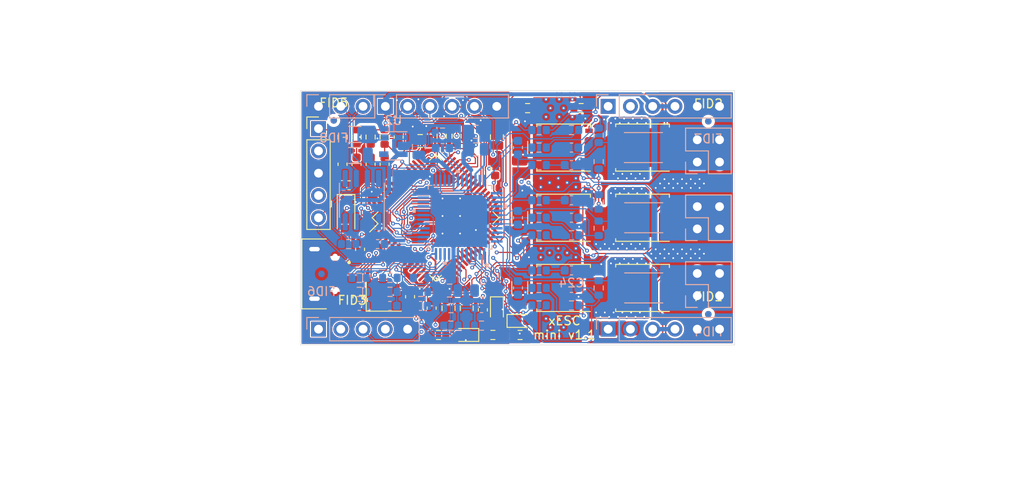
<source format=kicad_pcb>
(kicad_pcb (version 20211014) (generator pcbnew)
  (layers (0 "F.Cu" signal) (1 "In1.Cu" signal "GND") (2 "In2.Cu" signal "VM") (31 "B.Cu" signal) (34 "B.Paste" user) (35 "F.Paste" user) (36 "B.SilkS" user "B.Silkscreen") (37 "F.SilkS" user "F.Silkscreen") (38 "B.Mask" user) (39 "F.Mask" user) (44 "Edge.Cuts" user))
  (net 0 "")
  (net 1 "Net-(Q1-Pad4)")
  (net 2 "GND")
  (net 3 "Net-(Q2-Pad4)")
  (net 4 "Net-(Q3-Pad4)")
  (net 5 "Net-(Q4-Pad4)")
  (net 6 "Net-(Q5-Pad4)")
  (net 7 "Net-(Q6-Pad4)")
  (net 8 "/Power/HSU")
  (net 9 "/Power/LSU")
  (net 10 "/Power/SENSE_U")
  (net 11 "/Power/HSV")
  (net 12 "/Power/LSV")
  (net 13 "/Power/SENSE_V")
  (net 14 "/Power/HSW")
  (net 15 "/Power/LSW")
  (net 16 "/Power/SENSE_W")
  (net 17 "/Power/5VOUT")
  (net 18 "Net-(C5-Pad2)")
  (net 19 "/Power/VOFS")
  (net 20 "/Power/CU")
  (net 21 "/Power/CV")
  (net 22 "/Power/CW")
  (net 23 "Net-(C11-Pad2)")
  (net 24 "Net-(C11-Pad1)")
  (net 25 "Net-(C12-Pad1)")
  (net 26 "Net-(C24-Pad1)")
  (net 27 "Net-(C25-Pad1)")
  (net 28 "Net-(C26-Pad1)")
  (net 29 "Net-(D2-Pad2)")
  (net 30 "+3V3")
  (net 31 "+5V")
  (net 32 "/PHASE_U_RAW")
  (net 33 "/PHASE_V_RAW")
  (net 34 "/PHASE_W_RAW")
  (net 35 "/CUR_U")
  (net 36 "/CUR_V")
  (net 37 "/CUR_W")
  (net 38 "/PHASE_U_FILTERED")
  (net 39 "/PHASE_V_FILTERED")
  (net 40 "/PHASE_W_FILTERED")
  (net 41 "Net-(C32-Pad1)")
  (net 42 "Net-(C33-Pad1)")
  (net 43 "/MCU/Reset")
  (net 44 "Net-(C35-Pad2)")
  (net 45 "Net-(C36-Pad2)")
  (net 46 "/CURU_5V")
  (net 47 "/CURV_5V")
  (net 48 "/CURW_5V")
  (net 49 "/MCU/WL")
  (net 50 "/MCU/WH")
  (net 51 "/MCU/VL")
  (net 52 "/MCU/VH")
  (net 53 "/MCU/UL")
  (net 54 "/MCU/UH")
  (net 56 "/MCU/DRV_ENABLE")
  (net 57 "/MCU/DRV_MISO")
  (net 58 "/MCU/DRV_MOSI")
  (net 59 "/MCU/DRV_SCK")
  (net 60 "/MCU/DRV_NCS")
  (net 61 "/MCU/TX_MOSI_EXT")
  (net 62 "/MCU/CAN_TX")
  (net 63 "/MCU/CAN_RX")
  (net 64 "/MCU/SWDCLK")
  (net 65 "/MCU/SWDIO")
  (net 66 "/MCU/RX_NCS_EXT")
  (net 67 "/MCU/MISO_EXT")
  (net 68 "/MCU/SCK_EXT")
  (net 69 "/TEMP_MOTOR")
  (net 70 "/HALL1")
  (net 71 "/HALL2")
  (net 72 "/HALL3")
  (net 73 "Net-(D3-Pad2)")
  (net 74 "Net-(J2-Pad3)")
  (net 75 "Net-(J2-Pad2)")
  (net 76 "/USB_DM")
  (net 77 "/USB_DP")
  (net 78 "Net-(J5-Pad3)")
  (net 79 "Net-(J5-Pad2)")
  (net 80 "Net-(D4-Pad2)")
  (net 81 "Net-(D5-Pad2)")
  (net 82 "/LED_GREEN")
  (net 83 "/LED_RED")
  (net 84 "/VM")
  (net 85 "/V_M_FILTERED")
  (net 86 "/PCB_TEMP")
  (net 87 "/Power/FAULT")
  (net 95 "/MCU/SERVO")
  (footprint "Capacitor_SMD:C_0603_1608Metric" (layer "F.Cu") (at 235.5 127.4 90)
    (fp_text reference "C32" hide)
    (fp_text value "15pF")
  )
  (footprint "Capacitor_SMD:C_0603_1608Metric" (layer "F.Cu") (at 241.5 127.4 -90)
    (fp_text reference "C33" hide)
    (fp_text value "15pF")
  )
  (footprint "Capacitor_SMD:C_0603_1608Metric" (layer "F.Cu") (at 234.55 114.7 180)
    (fp_text reference "C34" hide)
    (fp_text value ".1uF/50V")
  )
  (footprint "Capacitor_SMD:C_0805_2012Metric" (layer "F.Cu") (at 251.4 109.2 -90)
    (fp_text reference "C35" hide)
    (fp_text value "2.2uF/25V")
  )
  (footprint "Capacitor_SMD:C_0603_1608Metric" (layer "F.Cu") (at 243.96 128.7 -90)
    (fp_text reference "C37" hide)
    (fp_text value ".1uF/50V")
  )
  (footprint "Capacitor_SMD:C_0805_2012Metric" (layer "F.Cu") (at 247.96 128.71 90)
    (fp_text reference "C38" hide)
    (fp_text value "2.2uF/25V")
  )
  (footprint "Capacitor_SMD:C_0603_1608Metric" (layer "F.Cu") (at 251.2 112.8 90)
    (fp_text reference "C40" hide)
    (fp_text value ".1uF/50V")
  )
  (footprint "Capacitor_SMD:C_0603_1608Metric" (layer "F.Cu") (at 235.8 122 -90)
    (fp_text reference "C41" hide)
    (fp_text value ".1uF/50V")
  )
  (footprint "Capacitor_SMD:C_0603_1608Metric" (layer "F.Cu") (at 249.8 128.9 -90)
    (fp_text reference "C42" hide)
    (fp_text value ".1uF/50V")
  )
  (footprint "Capacitor_SMD:C_0805_2012Metric" (layer "F.Cu") (at 245.88 128.71 90)
    (fp_text reference "C39" hide)
    (fp_text value "2.2uF/25V")
  )
  (footprint "Resistor_SMD:R_0603_1608Metric" (layer "F.Cu") (at 254.04 131.76)
    (fp_text reference "R16" hide)
    (fp_text value "150R")
  )
  (footprint "LED_SMD:LED_0603_1608Metric" (layer "F.Cu") (at 254.04 130.16)
    (fp_text reference "D2" hide)
    (fp_text value "LED")
  )
  (footprint "Connector_PinHeader_2.54mm:PinHeader_1x05_P2.54mm_Vertical" (layer "F.Cu") (at 231.06 108.24)
    (fp_text reference "J3" hide)
    (fp_text value "Conn_01x05_Male")
  )
  (footprint "LED_SMD:LED_0603_1608Metric" (layer "F.Cu") (at 251.4 128.9 -90)
    (fp_text reference "D4" hide)
    (fp_text value "LED")
  )
  (footprint "LED_SMD:LED_0603_1608Metric" (layer "F.Cu") (at 247.84 131.76 180)
    (fp_text reference "D5" hide)
    (fp_text value "LED")
  )
  (footprint "Resistor_SMD:R_0603_1608Metric" (layer "F.Cu") (at 250.94 131.76)
    (fp_text reference "R37" hide)
    (fp_text value "150R")
  )
  (footprint "Resistor_SMD:R_0603_1608Metric" (layer "F.Cu") (at 244.74 131.76)
    (fp_text reference "R38" hide)
    (fp_text value "150R")
  )
  (footprint "Resistor_SMD:R_0603_1608Metric" (layer "F.Cu") (at 254.9 105.9)
    (fp_text reference "R39" hide)
    (fp_text value "22k")
  )
  (footprint "Resistor_SMD:R_0603_1608Metric" (layer "F.Cu") (at 261 105.9)
    (fp_text reference "R40" hide)
    (fp_text value "1k5")
  )
  (footprint "Package_QFP:LQFP-64_10x10mm_P0.5mm" (layer "F.Cu") (at 244.4 118.4 45)
    (fp_text reference "U4" hide)
    (fp_text value "STM32F405RGTx")
  )
  (footprint "Capacitor_SMD:C_1206_3216Metric" (layer "F.Cu") (at 254 126.4 90)
    (fp_text reference "C1" hide)
    (fp_text value "2.2uF/50V")
  )
  (footprint "Capacitor_SMD:C_1206_3216Metric" (layer "F.Cu") (at 254 118.4 90)
    (fp_text reference "C2" hide)
    (fp_text value "2.2uF/50V")
  )
  (footprint "Package_TO_SOT_SMD:TDSON-8-1" (layer "F.Cu") (at 259 126.4 180)
    (fp_text reference "Q1" hide)
    (fp_text value "BSC026N08NS5")
  )
  (footprint "Package_TO_SOT_SMD:TDSON-8-1" (layer "F.Cu") (at 259 118.4 180)
    (fp_text reference "Q3" hide)
    (fp_text value "BSC026N08NS5")
  )
  (footprint "Package_TO_SOT_SMD:TDSON-8-1" (layer "F.Cu") (at 259 110.4 180)
    (fp_text reference "Q5" hide)
    (fp_text value "BSC026N08NS5")
  )
  (footprint "USB:XKB_U254-051T-4BH83-F1S" (layer "F.Cu") (at 230.6 124.8 -90)
    (fp_text reference "J2" hide)
    (fp_text value "U254-051T-4BH83-F1S")
  )
  (footprint "Diode_SMD:D_SOD-123" (layer "F.Cu") (at 234.2 118 -90)
    (fp_text reference "D3" hide)
    (fp_text value "D_Schottky")
  )
  (footprint "Resistor_SMD:R_0603_1608Metric" (layer "F.Cu") (at 245.1 109.1 90)
    (fp_text reference "R32" hide)
    (fp_text value "22R")
  )
  (footprint "Resistor_SMD:R_0603_1608Metric" (layer "F.Cu") (at 246.8 109.1 90)
    (fp_text reference "R31" hide)
    (fp_text value "22R")
  )
  (footprint "Package_TO_SOT_SMD:TDSON-8-1" (layer "F.Cu") (at 268 110.4 180)
    (fp_text reference "Q6" hide)
    (fp_text value "BSC026N08NS5")
  )
  (footprint "Package_TO_SOT_SMD:TDSON-8-1" (layer "F.Cu") (at 268 118.4 180)
    (fp_text reference "Q4" hide)
    (fp_text value "BSC026N08NS5")
  )
  (footprint "Package_TO_SOT_SMD:TDSON-8-1" (layer "F.Cu") (at 268 126.4 180)
    (fp_text reference "Q2" hide)
    (fp_text value "BSC026N08NS5")
  )
  (footprint "Capacitor_SMD:C_1206_3216Metric" (layer "F.Cu") (at 254 110.4 90)
    (fp_text reference "C3" hide)
    (fp_text value "2.2uF/50V")
  )
  (footprint "Crystal:Crystal_SMD_3225-4Pin_3.2x2.5mm" (layer "F.Cu") (at 238.5 127.4)
    (fp_text reference "Y1" hide)
    (fp_text value "Crystal_GND24")
  )
  (footprint "Capacitor_SMD:C_0805_2012Metric" (layer "F.Cu") (at 242.65 109.65)
    (fp_text reference "C36" hide)
    (fp_text value "2.2uF/25V")
  )
  (footprint "Capacitor_SMD:C_0603_1608Metric" (layer "F.Cu") (at 240.2 109.2 90)
    (fp_text reference "C43" hide)
    (fp_text value ".1uF/50V")
  )
  (footprint "Resistor_SMD:R_0603_1608Metric" (layer "F.Cu") (at 235.4 109.2 -90)
    (fp_text reference "R33" hide)
    (fp_text value "2k2")
  )
  (footprint "Resistor_SMD:R_0603_1608Metric" (layer "F.Cu") (at 237 109.2 -90)
    (fp_text reference "R34" hide)
    (fp_text value "2k2")
  )
  (footprint "Capacitor_SMD:C_0603_1608Metric" (layer "F.Cu") (at 233.8 112.3 -90)
    (fp_text reference "C44" hide)
    (fp_text value ".1uF/50V")
  )
  (footprint "Capacitor_SMD:C_0603_1608Metric" (layer "F.Cu") (at 235.4 112.3 -90)
    (fp_text reference "C45" hide)
    (fp_text value "DNP")
  )
  (footprint "Capacitor_SMD:C_0603_1608Metric" (layer "F.Cu") (at 237 112.3 -90)
    (fp_text reference "C46" hide)
    (fp_text value "DNP")
  )
  (footprint "Resistor_SMD:R_0603_1608Metric" (layer "F.Cu") (at 238.6 109.2 -90)
    (fp_text reference "R35" hide)
    (fp_text value "2k2")
  )
  (footprint "Resistor_SMD:R_0603_1608Metric" (layer "F.Cu") (at 233.8 109.2 -90)
    (fp_text reference "R30" hide)
    (fp_text value "10k")
  )
  (footprint "Capacitor_SMD:C_0603_1608Metric" (layer "F.Cu") (at 238.6 112.3 -90)
    (fp_text reference "C47" hide)
    (fp_text value "DNP")
  )
  (footprint "Fiducial:Fiducial_0.75mm_Mask1.5mm" (layer "F.Cu") (at 275.5 129.4)
    (fp_text reference "FID1")
    (fp_text value "Fiducial")
  )
  (footprint "Fiducial:Fiducial_0.75mm_Mask1.5mm" (layer "F.Cu") (at 275.5 107.4)
    (fp_text reference "FID2")
    (fp_text value "Fiducial")
  )
  (footprint "Fiducial:Fiducial_0.75mm_Mask1.5mm" (layer "F.Cu") (at 234.9 129.8)
    (fp_text reference "FID3")
    (fp_text value "Fiducial")
  )
  (footprint "Fiducial:Fiducial_0.75mm_Mask1.5mm" (layer "F.Cu") (at 232.8 107.3)
    (fp_text reference "FID5")
    (fp_text value "Fiducial")
  )
  (footprint "Resistor_SMD:R_0603_1608Metric" (layer "B.Cu") (at 256.2 124.4 180)
    (fp_text reference "R4" hide)
    (fp_text value "10R")
  )
  (footprint "Capacitor_SMD:C_0805_2012Metric" (layer "B.Cu") (at 246 126.7)
    (fp_text reference "C4" hide)
    (fp_text value "2.2uF/25V")
  )
  (footprint "Capacitor_SMD:C_0805_2012Metric" (layer "B.Cu") (at 249.8 126.7 180)
    (fp_text reference "C5" hide)
    (fp_text value "2.2uF/25V")
  )
  (footprint "Capacitor_SMD:C_0603_1608Metric" (layer "B.Cu") (at 249.65 128.7)
    (fp_text reference "C6" hide)
    (fp_text value ".1uF/50V")
  )
  (footprint "Capacitor_SMD:C_0603_1608Metric" (layer "B.Cu") (at 242.7 128.45 180)
    (fp_text reference "C15" hide)
    (fp_text value "DNP")
  )
  (footprint "Capacitor_SMD:C_0603_1608Metric" (layer "B.Cu") (at 245.2 110.45)
    (fp_text reference "C11" hide)
    (fp_text value "22nF/100V")
  )
  (footprint "Capacitor_SMD:C_0805_2012Metric" (layer "B.Cu") (at 242.5 110.3 90)
    (fp_text reference "C13" hide)
    (fp_text value "100nF/100V")
  )
  (footprint "Capacitor_SMD:C_0603_1608Metric" (layer "B.Cu") (at 259.9 116.4)
    (fp_text reference "C25" hide)
    (fp_text value "1nF/100V")
  )
  (footprint "Capacitor_SMD:C_0603_1608Metric" (layer "B.Cu") (at 259.9 112.4)
    (fp_text reference "C26" hide)
    (fp_text value "1nF/100V")
  )
  (footprint "Resistor_SMD:R_0603_1608Metric" (layer "B.Cu") (at 256.2 118.4 180)
    (fp_text reference "R5" hide)
    (fp_text value "2R2")
  )
  (footprint "Resistor_SMD:R_0603_1608Metric" (layer "B.Cu") (at 256.2 120.4 180)
    (fp_text reference "R6" hide)
    (fp_text value "2R2")
  )
  (footprint "Capacitor_SMD:C_0603_1608Metric" (layer "B.Cu") (at 239.2 128.45 180)
    (fp_text reference "C27" hide)
    (fp_text value "DNP")
  )
  (footprint "Resistor_SMD:R_2512_6332Metric" (layer "B.Cu") (at 268.1375 118.4 180)
    (fp_text reference "R7" hide)
    (fp_text value "33mR")
  )
  (footprint "Capacitor_SMD:C_0603_1608Metric" (layer "B.Cu") (at 235.7 128.45 180)
    (fp_text reference "C28" hide)
    (fp_text value "DNP")
  )
  (footprint "Resistor_SMD:R_0603_1608Metric" (layer "B.Cu") (at 256.2 116.4 180)
    (fp_text reference "R8" hide)
    (fp_text value "10R")
  )
  (footprint "Resistor_SMD:R_0603_1608Metric" (layer "B.Cu") (at 256.2 110.4 180)
    (fp_text reference "R9" hide)
    (fp_text value "2R2")
  )
  (footprint "Resistor_SMD:R_0603_1608Metric" (layer "B.Cu") (at 256.2 108.4 180)
    (fp_text reference "R10" hide)
    (fp_text value "2R2")
  )
  (footprint "Resistor_SMD:R_2512_6332Metric" (layer "B.Cu") (at 268.1 110.4 180)
    (fp_text reference "R11" hide)
    (fp_text value "33mR")
  )
  (footprint "Resistor_SMD:R_0603_1608Metric" (layer "B.Cu") (at 246.15 128.7)
    (fp_text reference "R13" hide)
    (fp_text value "DNP")
  )
  (footprint "Resistor_SMD:R_0603_1608Metric" (layer "B.Cu") (at 249.65 130.7)
    (fp_text reference "R14" hide)
    (fp_text value "10k")
  )
  (footprint "Resistor_SMD:R_0603_1608Metric" (layer "B.Cu") (at 246.15 130.7)
    (fp_text reference "R15" hide)
    (fp_text value "10k")
  )
  (footprint "Resistor_SMD:R_0603_1608Metric" (layer "B.Cu") (at 242.7 125.25)
    (fp_text reference "R17" hide)
    (fp_text value "1k5")
  )
  (footprint "Resistor_SMD:R_0603_1608Metric" (layer "B.Cu") (at 242.7 126.85 180)
    (fp_text reference "R18" hide)
    (fp_text value "2k2")
  )
  (footprint "Resistor_SMD:R_0603_1608Metric" (layer "B.Cu") (at 239.2 125.25)
    (fp_text reference "R19" hide)
    (fp_text value "1k5")
  )
  (footprint "Resistor_SMD:R_0603_1608Metric" (layer "B.Cu") (at 239.2 126.85 180)
    (fp_text reference "R20" hide)
    (fp_text value "2k2")
  )
  (footprint "Resistor_SMD:R_0603_1608Metric" (layer "B.Cu") (at 235.7 125.25)
    (fp_text reference "R21" hide)
    (fp_text value "1k5")
  )
  (footprint "Resistor_SMD:R_0603_1608Metric" (layer "B.Cu") (at 235.7 126.85 180)
    (fp_text reference "R22" hide)
    (fp_text value "2k2")
  )
  (footprint "Resistor_SMD:R_0603_1608Metric" (layer "B.Cu") (at 245.2 108.7)
    (fp_text reference "R29" hide)
    (fp_text value "10k")
  )
  (footprint "Resistor_SMD:R_0603_1608Metric" (layer "B.Cu") (at 256.2 128.4 180)
    (fp_text reference "R2" hide)
    (fp_text value "2R2")
  )
  (footprint "Resistor_SMD:R_2512_6332Metric" (layer "B.Cu") (at 268.1375 126.4 180)
    (fp_text reference "R3" hide)
    (fp_text value "33mR")
  )
  (footprint "Capacitor_SMD:C_0805_2012Metric" (layer "B.Cu") (at 249 110.6 180)
    (fp_text reference "C12" hide)
    (fp_text value "100nF/100V")
  )
  (footprint "Capacitor_SMD:C_0805_2012Metric" (layer "B.Cu") (at 249 108.6)
    (fp_text reference "C14" hide)
    (fp_text value "100nF/100V")
  )
  (footprint "Capacitor_SMD:C_0603_1608Metric" (layer "B.Cu") (at 259.9 126.4 180)
    (fp_text reference "C29" hide)
    (fp_text value "DNP")
  )
  (footprint "Capacitor_SMD:C_0603_1608Metric" (layer "B.Cu") (at 259.9 118.4 180)
    (fp_text reference "C30" hide)
    (fp_text value "DNP")
  )
  (footprint "Resistor_SMD:R_0603_1608Metric" (layer "B.Cu") (at 263 119.6 -90)
    (fp_text reference "R25" hide)
    (fp_text value "22k")
  )
  (footprint "Capacitor_SMD:C_0603_1608Metric" (layer "B.Cu") (at 259.9 110.4 180)
    (fp_text reference "C31" hide)
    (fp_text value "DNP")
  )
  (footprint "Resistor_SMD:R_0603_1608Metric" (layer "B.Cu") (at 259.9 128.4 180)
    (fp_text reference "R24" hide)
    (fp_text value "1k5")
  )
  (footprint "Resistor_SMD:R_0603_1608Metric" (layer "B.Cu") (at 259.9 108.4 180)
    (fp_text reference "R28" hide)
    (fp_text value "1k5")
  )
  (footprint "Resistor_SMD:R_0603_1608Metric" (layer "B.Cu") (at 263 126.4 -90)
    (fp_text reference "R23" hide)
    (fp_text value "22k")
  )
  (footprint "Resistor_SMD:R_0603_1608Metric" (layer "B.Cu") (at 259.9 120.4 180)
    (fp_text reference "R26" hide)
    (fp_text value "1k5")
  )
  (footprint "Capacitor_SMD:C_1206_3216Metric" (layer "B.Cu") (at 235.2 108.9 180)
    (fp_text reference "C21" hide)
    (fp_text value "10uF/25V")
  )
  (footprint "Capacitor_SMD:C_1206_3216Metric" (layer "B.Cu") (at 235.2 111.3 180)
    (fp_text reference "C20" hide)
    (fp_text value "10uF/25V")
  )
  (footprint "Connector_PinHeader_2.54mm:PinHeader_1x03_P2.54mm_Vertical" (layer "B.Cu") (at 231.06 105.7 -90)
    (fp_text reference "J5" hide)
    (fp_text value "Conn_01x03_Male")
  )
  (footprint "Capacitor_SMD:C_0603_1608Metric" (layer "B.Cu") (at 253.8 118.4 -90)
    (fp_text reference "C9" hide)
    (fp_text value "470nF/16V")
  )
  (footprint "Capacitor_SMD:C_0603_1608Metric" (layer "B.Cu") (at 253.8 126.4 -90)
    (fp_text reference "C8" hide)
    (fp_text value "470nF/16V")
  )
  (footprint "Capacitor_SMD:C_0603_1608Metric" (layer "B.Cu") (at 253.8 110.4 90)
    (fp_text reference "C10" hide)
    (fp_text value "470nF/16V")
  )
  (footprint "footprints:TMC6200-TA" (layer "B.Cu") (at 247.2 118.35 90)
    (fp_text reference "U1" hide)
    (fp_text value "TMC6200-TA" hide)
  )
  (footprint "Resistor_SMD:R_0603_1608Metric" (layer "B.Cu") (at 256.2 126.4 180)
    (fp_text reference "R1" hide)
    (fp_text value "2R2")
  )
  (footprint "Resistor_SMD:R_0603_1608Metric" (layer "B.Cu") (at 263 109 90)
    (fp_text reference "R27" hide)
    (fp_text value "22k")
  )
  (footprint "Resistor_SMD:R_0603_1608Metric" (layer "B.Cu") (at 256.2 112.4 180)
    (fp_text reference "R12" hide)
    (fp_text value "10R")
  )
  (footprint "Connector_PinHeader_2.54mm:PinHeader_1x06_P2.54mm_Vertical" (layer "B.Cu") (at 238.68 105.7 -90)
    (fp_text reference "J1" hide)
    (fp_text value "Conn_01x06_Male")
  )
  (footprint "Connector_PinHeader_2.54mm:PinHeader_1x05_P2.54mm_Vertical" (layer "B.Cu") (at 231.06 131.1 -90)
    (fp_text reference "J4" hide)
    (fp_text value "Conn_01x05_Male")
  )
  (footprint "Capacitor_SMD:C_0603_1608Metric" (layer "B.Cu") (at 259.9 124.4)
    (fp_text reference "C24")
    (fp_text value "1nF/100V")
  )
  (footprint "Capacitor_SMD:C_0603_1608Metric" (layer "B.Cu") (at 237.8 121.4 180)
    (fp_text reference "C7" hide)
    (fp_text value ".1uF/50V")
  )
  (footprint "Package_TO_SOT_SMD:SOT-23-5" (layer "B.Cu") (at 239.6 110.2 180)
    (fp_text reference "U2")
    (fp_text value "XC6220B331MR")
  )
  (footprint "Package_SO:SOIC-8_3.9x4.9mm_P1.27mm" (layer "B.Cu") (at 236 116.4 90)
    (fp_text reference "U5" hide)
    (fp_text value "SN65HVD232")
  )
  (footprint "Resistor_SMD:R_0603_1608Metric" (layer "B.Cu") (at 263 112 90)
    (fp_text reference "R41" hide)
    (fp_text value "10k")
  )
  (footprint "Resistor_SMD:R_0603_1608Metric" (layer "B.Cu") (at 263 116.6 90)
    (fp_text reference "TH1" hide)
    (fp_text value "Thermistor_NTC")
  )
  (footprint "Connector_PinHeader_2.54mm:PinHeader_1x06_P2.54mm_Vertical" (layer "B.Cu") (at 264.08 105.7 -90)
    (fp_text reference "J9" hide)
    (fp_text value "Conn_01x06_Male")
  )
  (footprint "Connector_PinHeader_2.54mm:PinHeader_1x06_P2.54mm_Vertical" (layer "B.Cu") (at 264.08 131.1 -90)
    (fp_text reference "J10" hide)
    (fp_text value "Conn_01x06_Male")
  )
  (footprint "Connector_PinHeader_2.54mm:PinHeader_2x02_P2.54mm_Vertical" (layer "B.Cu") (at 274.24 112.05)
    (fp_text reference "J8" hide)
    (fp_text value "Conn_02x02_Counter_Clockwise")
  )
  (footprint "Connector_PinHeader_2.54mm:PinHeader_2x02_P2.54mm_Vertical" (layer "B.Cu") (at 274.24 119.67)
    (fp_text reference "J7" hide)
    (fp_text value "Conn_02x02_Counter_Clockwise")
  )
  (footprint "Connector_PinHeader_2.54mm:PinHeader_2x02_P2.54mm_Vertical" (layer "B.Cu") (at 274.24 127.29)
    (fp_text reference "J6" hide)
    (fp_text value "Conn_02x02_Counter_Clockwise")
  )
  (footprint "Resistor_SMD:R_0603_1608Metric" (layer "B.Cu") (at 234.5 121.4 180)
    (fp_text reference "R36" hide)
    (fp_text value "120R")
  )
  (footprint "Fiducial:Fiducial_0.75mm_Mask1.5mm" (layer "B.Cu") (at 275.5 129.4)
    (fp_text reference "FID4")
    (fp_text value "Fiducial")
  )
  (footprint "Fiducial:Fiducial_0.75mm_Mask1.5mm" (layer "B.Cu") (at 231.4 124.8)
    (fp_text reference "FID6")
    (fp_text value "Fiducial")
  )
  (footprint "Fiducial:Fiducial_0.75mm_Mask1.5mm" (layer "B.Cu") (at 275.5 107.4)
    (fp_text reference "FID7")
    (fp_text value "Fiducial")
  )
  (footprint "Fiducial:Fiducial_0.75mm_Mask1.5mm" (layer "B.Cu") (at 232.8 107.3)
    (fp_text reference "FID8")
    (fp_text value "Fiducial")
  )
  (gr_line (start 229 103.9) (end 278.5 103.9) (layer "Edge.Cuts") (width 0.05))
  (gr_line (start 278.5 103.9) (end 278.5 132.9) (layer "Edge.Cuts") (width 0.05))
  (gr_line (start 229 132.9) (end 229 103.9) (layer "Edge.Cuts") (width 0.05))
  (gr_line (start 278.5 132.9) (end 229 132.9) (layer "Edge.Cuts") (width 0.05))
  (gr_text "xESC\nmini v1.1" (at 259.1 130.95) (layer "F.SilkS") (effects (font (size 1 1))))
  (segment (start 261.2 125.195) (end 261.2 129.45) (width 0.127) (layer "F.Cu") (net 1))
  (segment (start 261.9 124.495) (end 261.2 125.195) (width 0.127) (layer "F.Cu") (net 1))
  (segment (start 261.2 129.45) (end 261.3 129.55) (width 0.127) (layer "F.Cu") (net 1))
  (via (at 261.3 129.55) (size 0.45) (drill 0.2) (layers "F.Cu" "B.Cu") (net 1))
  (segment (start 258.2 127.575) (end 258.2 129) (width 0.127) (layer "B.Cu") (net 1))
  (segment (start 257.025 126.4) (end 258.2 127.575) (width 0.127) (layer "B.Cu") (net 1))
  (segment (start 258.550001 129.350001) (end 261.100001 129.350001) (width 0.127) (layer "B.Cu") (net 1))
  (segment (start 258.2 129) (end 258.550001 129.350001) (width 0.127) (layer "B.Cu") (net 1))
  (segment (start 261.100001 129.350001) (end 261.3 129.55) (width 0.127) (layer "B.Cu") (net 1))
  (segment (start 242.6 126.181812) (end 242.6 126.50001) (width 0.127) (layer "F.Cu") (net 2))
  (segment (start 238.089072 116.685266) (end 237.125 115.721194) (width 0.127) (layer "F.Cu") (net 2))
  (segment (start 254 116.925) (end 254 115.6) (width 0.127) (layer "F.Cu") (net 2))
  (segment (start 238.6 113.075) (end 238.6 113.5) (width 0.127) (layer "F.Cu") (net 2))
  (segment (start 241.412474 123.650268) (end 241.1 123.962742) (width 0.127) (layer "F.Cu") (net 2))
  (segment (start 238.6 113.5) (end 238.2 113.9) (width 0.127) (layer "F.Cu") (net 2))
  (segment (start 254 115.6) (end 254.3 115.3) (width 0.127) (layer "F.Cu") (net 2))
  (segment (start 238.2 114.674874) (end 239.149732 115.624606) (width 0.127) (layer "F.Cu") (net 2))
  (segment (start 241.1 124.681812) (end 242.6 126.181812) (width 0.127) (layer "F.Cu") (net 2))
  (segment (start 237.125 115.721194) (end 237.125 115.425) (width 0.127) (layer "F.Cu") (net 2))
  (segment (start 241.1 123.962742) (end 241.1 124.681812) (width 0.127) (layer "F.Cu") (net 2))
  (segment (start 238.2 113.9) (end 238.2 114.674874) (width 0.127) (layer "F.Cu") (net 2))
  (segment (start 241.624606 123.650268) (end 241.412474 123.650268) (width 0.127) (layer "F.Cu") (net 2))
  (via (at 272.5 114) (size 0.45) (drill 0.2) (layers "F.Cu" "B.Cu") (net 2))
  (via (at 274.5 115) (size 0.45) (drill 0.2) (layers "F.Cu" "B.Cu") (net 2))
  (via (at 275 114.5) (size 0.45) (drill 0.2) (layers "F.Cu" "B.Cu") (net 2))
  (via (at 274 114.5) (size 0.45) (drill 0.2) (layers "F.Cu" "B.Cu") (net 2))
  (via (at 273 114.5) (size 0.45) (drill 0.2) (layers "F.Cu" "B.Cu") (net 2))
  (via (at 272 114.5) (size 0.45) (drill 0.2) (layers "F.Cu" "B.Cu") (net 2))
  (via (at 272.5 115) (size 0.45) (drill 0.2) (layers "F.Cu" "B.Cu") (net 2))
  (via (at 274.5 114) (size 0.45) (drill 0.2) (layers "F.Cu" "B.Cu") (net 2))
  (via (at 271.5 114) (size 0.45) (drill 0.2) (layers "F.Cu" "B.Cu") (net 2))
  (via (at 273.5 114) (size 0.45) (drill 0.2) (layers "F.Cu" "B.Cu") (net 2))
  (via (at 273.5 115) (size 0.45) (drill 0.2) (layers "F.Cu" "B.Cu") (net 2))
  (via (at 271.5 115) (size 0.45) (drill 0.2) (layers "F.Cu" "B.Cu") (net 2))
  (via (at 271 114.5) (size 0.45) (drill 0.2) (layers "F.Cu" "B.Cu") (net 2))
  (via (at 269.5 115) (size 0.45) (drill 0.2) (layers "F.Cu" "B.Cu") (net 2))
  (via (at 270 122.5) (size 0.45) (drill 0.2) (layers "F.Cu" "B.Cu") (net 2))
  (via (at 269.5 123) (size 0.45) (drill 0.2) (layers "F.Cu" "B.Cu") (net 2))
  (via (at 270.5 115) (size 0.45) (drill 0.2) (layers "F.Cu" "B.Cu") (net 2))
  (via (at 269 122.5) (size 0.45) (drill 0.2) (layers "F.Cu" "B.Cu") (net 2))
  (via (at 271 122.5) (size 0.45) (drill 0.2) (layers "F.Cu" "B.Cu") (net 2))
  (via (at 270.5 114) (size 0.45) (drill 0.2) (layers "F.Cu" "B.Cu") (net 2))
  (via (at 269.5 122) (size 0.45) (drill 0.2) (layers "F.Cu" "B.Cu") (net 2))
  (via (at 270 114.5) (size 0.45) (drill 0.2) (layers "F.Cu" "B.Cu") (net 2))
  (via (at 270.5 122) (size 0.45) (drill 0.2) (layers "F.Cu" "B.Cu") (net 2))
  (via (at 270.5 123) (size 0.45) (drill 0.2) (layers "F.Cu" "B.Cu") (net 2))
  (via (at 274 122.5) (size 0.45) (drill 0.2) (layers "F.Cu" "B.Cu") (net 2))
  (via (at 261.48119 107.08119) (size 0.45) (drill 0.2) (layers "F.Cu" "B.Cu") (net 2))
  (via (at 271.5 123) (size 0.45) (drill 0.2) (layers "F.Cu" "B.Cu") (net 2))
  (via (at 274.5 123) (size 0.45) (drill 0.2) (layers "F.Cu" "B.Cu") (net 2))
  (via (at 245.2 116.2) (size 0.45) (drill 0.2) (layers "F.Cu" "B.Cu") (net 2))
  (via (at 241.8 108) (size 0.45) (drill 0.2) (layers "F.Cu" "B.Cu") (net 2))
  (via (at 247.2 118.2) (size 0.45) (drill 0.2) (layers "F.Cu" "B.Cu") (net 2))
  (via (at 243.75 113.7) (size 0.45) (drill 0.2) (layers "F.Cu" "B.Cu") (net 2))
  (via (at 275 122.5) (size 0.45) (drill 0.2) (layers "F.Cu" "B.Cu") (net 2))
  (via (at 261.556308 115.395181) (size 0.45) (drill 0.2) (layers "F.Cu" "B.Cu") (net 2))
  (via (at 240 105) (size 0.45) (drill 0.2) (layers "F.Cu" "B.Cu") (net 2))
  (via (at 247.2 120.2) (size 0.45) (drill 0.2) (layers "F.Cu" "B.Cu") (net 2))
  (via (at 273 122.5) (size 0.45) (drill 0.2) (layers "F.Cu" "B.Cu") (net 2))
  (via (at 254.65 126.9) (size 0.45) (drill 0.2) (layers "F.Cu" "B.Cu") (net 2))
  (via (at 260.822611 111.744521) (size 0.45) (drill 0.2) (layers "F.Cu" "B.Cu") (net 2))
  (via (at 272 122.5) (size 0.45) (drill 0.2) (layers "F.Cu" "B.Cu") (net 2))
  (via (at 263.3 123.7) (size 0.45) (drill 0.2) (layers "F.Cu" "B.Cu") (net 2))
  (via (at 252.05 128.85) (size 0.45) (drill 0.2) (layers "F.Cu" "B.Cu") (net 2))
  (via (at 245.375 106.825) (size 0.45) (drill 0.2) (layers "F.Cu" "B.Cu") (net 2))
  (via (at 247.85 132.35) (size 0.45) (drill 0.2) (layers "F.Cu" "B.Cu") (net 2))
  (via (at 249.55 107.3) (size 0.45) (drill 0.2) (layers "F.Cu" "B.Cu") (net 2))
  (via (at 272.5 122) (size 0.45) (drill 0.2) (layers "F.Cu" "B.Cu") (net 2))
  (via (at 247.2 116.2) (size 0.45) (drill 0.2) (layers "F.Cu" "B.Cu") (net 2))
  (via (at 273.5 122) (size 0.45) (drill 0.2) (layers "F.Cu" "B.Cu") (net 2))
  (via (at 260.70949 127.4) (size 0.45) (drill 0.2) (layers "F.Cu" "B.Cu") (net 2))
  (via (at 273.5 123) (size 0.45) (drill 0.2) (layers "F.Cu" "B.Cu") (net 2))
  (via (at 237.125 115.425) (size 0.45) (drill 0.2) (layers "F.Cu" "B.Cu") (net 2))
  (via (at 243.35 107.95) (size 0.45) (drill 0.2) (layers "F.Cu" "B.Cu") (net 2))
  (via (at 263.625 107.2) (size 0.45) (drill 0.2) (layers "F.Cu" "B.Cu") (net 2))
  (via (at 242.6 126.50001) (size 0.45) (drill 0.2) (layers "F.Cu" "B.Cu") (net 2))
  (via (at 249 119.8) (size 0.45) (drill 0.2) (layers "F.Cu" "B.Cu") (net 2))
  (via (at 254.6 107.4) (size 0.45) (drill 0.2) (layers "F.Cu" "B.Cu") (net 2))
  (via (at 245.2 118.2) (size 0.45) (drill 0.2) (layers "F.Cu" "B.Cu") (net 2))
  (via (at 255.05 122.9) (size 0.45) (drill 0.2) (layers "F.Cu" "B.Cu") (net 2))
  (via (at 240.3 107.5) (size 0.45) (drill 0.2) (layers "F.Cu" "B.Cu") (net 2))
  (via (at 254 131.6) (size 0.45) (drill 0.2) (layers "F.Cu" "B.Cu") (net 2))
  (via (at 254.3 115.3) (size 0.45) (drill 0.2) (layers "F.Cu" "B.Cu") (net 2))
  (via (at 260.775 119.425) (size 0.45) (drill 0.2) (layers "F.Cu" "B.Cu") (net 2))
  (via (at 271.5 122) (size 0.45) (drill 0.2) (layers "F.Cu" "B.Cu") (net 2))
  (via (at 274.5 122) (size 0.45) (drill 0.2) (layers "F.Cu" "B.Cu") (net 2))
  (via (at 272.5 123) (size 0.45) (drill 0.2) (layers "F.Cu" "B.Cu") (net 2))
  (via (at 247.525 105) (size 0.45) (drill 0.2) (layers "F.Cu" "B.Cu") (net 2))
  (via (at 242.45 104.9) (size 0.45) (drill 0.2) (layers "F.Cu" "B.Cu") (net 2))
  (via (at 245.2 120.2) (size 0.45) (drill 0.2) (layers "F.Cu" "B.Cu") (net 2))
  (via (at 246 126.5) (size 0.45) (drill 0.2) (layers "F.Cu" "B.Cu") (net 2))
  (segment (start 262.7 109.097736) (end 263.104528 109.097736) (width 0.127) (layer "B.Cu") (net 2))
  (segment (start 263 111.175) (end 263 111.3) (width 0.127) (layer "B.Cu") (net 2))
  (segment (start 262.2 110) (end 262.2 109.597736) (width 0.127) (layer "B.Cu") (net 2))
  (segment (start 262.2 109.597736) (end 262.7 109.097736) (width 0.127) (layer "B.Cu") (net 2))
  (segment (start 259.125 118.4) (end 260.15 119.425) (width 0.127) (layer "B.Cu") (net 2))
  (segment (start 259.125 126.875) (end 259.65 127.4) (width 0.127) (layer "B.Cu") (net 2))
  (segment (start 260.675 111.892132) (end 260.822611 111.744521) (width 0.127) (layer "B.Cu") (net 2))
  (segment (start 259.65 127.4) (end 260.70949 127.4) (width 0.127) (layer "B.Cu") (net 2))
  (segment (start 263.104528 109.097736) (end 263.849999 108.352265) (width 0.127) (layer "B.Cu") (net 2))
  (segment (start 261.5 123.7) (end 263.3 123.7) (width 0.127) (layer "B.Cu") (net 2))
  (segment (start 261.13449 111.06551) (end 262.2 110) (width 0.127) (layer "B.Cu") (net 2))
  (segment (start 260.675 124.4) (end 260.8 124.4) (width 0.127) (layer "B.Cu") (net 2))
  (segment (start 260.8 124.4) (end 261.5 123.7) (width 0.127) (layer "B.Cu") (net 2))
  (segment (start 260.15 119.425) (end 260.775 119.425) (width 0.127) (layer "B.Cu") (net 2))
  (segment (start 262.430479 111.744521) (end 260.822611 111.744521) (width 0.127) (layer "B.Cu") (net 2))
  (segment (start 263 111.175) (end 262.430479 111.744521) (width 0.127) (layer "B.Cu") (net 2))
  (segment (start 259.075 128.4) (end 259.075 126.45) (width 0.127) (layer "B.Cu") (net 2))
  (segment (start 246.449999 119.100001) (end 247.2 118.35) (width 0.127) (layer "B.Cu") (net 2))
  (segment (start 259.075 108.4) (end 259.475 108.4) (width 0.127) (layer "B.Cu") (net 2))
  (segment (start 260.675 116.276489) (end 261.556308 115.395181) (width 0.127) (layer "B.Cu") (net 2))
  (segment (start 260.79381 107.08119) (end 261.48119 107.08119) (width 0.127) (layer "B.Cu") (net 2))
  (segment (start 263.849999 108.352265) (end 263.849999 107.424999) (width 0.127) (layer "B.Cu") (net 2))
  (segment (start 260.675 116.4) (end 260.675 116.276489) (width 0.127) (layer "B.Cu") (net 2))
  (segment (start 246.449999 122.525501) (end 246.449999 119.100001) (width 0.127) (layer "B.Cu") (net 2))
  (segment (start 259.79051 111.06551) (end 261.13449 111.06551) (width 0.127) (layer "B.Cu") (net 2))
  (segment (start 259.125 126.4) (end 259.125 126.875) (width 0.127) (layer "B.Cu") (net 2))
  (segment (start 260.675 112.4) (end 260.675 111.892132) (width 0.127) (layer "B.Cu") (net 2))
  (segment (start 259.075 126.45) (end 259.125 126.4) (width 0.127) (layer "B.Cu") (net 2))
  (segment (start 259.475 108.4) (end 260.79381 107.08119) (width 0.127) (layer "B.Cu") (net 2))
  (segment (start 259.125 110.4) (end 259.79051 111.06551) (width 0.127) (layer "B.Cu") (net 2))
  (segment (start 263.849999 107.424999) (end 263.625 107.2) (width 0.127) (layer "B.Cu") (net 2))
  (segment (start 270.9 124.495) (end 269.7 125.695) (width 0.127) (layer "F.Cu") (net 3))
  (segment (start 270.3 131.9) (end 270.025 132.175) (width 0.127) (layer "F.Cu") (net 3))
  (segment (start 269.7 125.695) (end 269.7 128.9) (width 0.127) (layer "F.Cu") (net 3))
  (segment (start 269.7 128.9) (end 270.3 129.5) (width 0.127) (layer "F.Cu") (net 3))
  (segment (start 270.025 132.175) (end 261.55 132.175) (width 0.127) (layer "F.Cu") (net 3))
  (segment (start 270.3 129.5) (end 270.3 131.9) (width 0.127) (layer "F.Cu") (net 3))
  (via (at 261.55 132.175) (size 0.45) (drill 0.2) (layers "F.Cu" "B.Cu") (net 3))
  (segment (start 256.810058 132.325) (end 261.4 132.325) (width 0.127) (layer "B.Cu") (net 3))
  (segment (start 261.4 132.325) (end 261.55 132.175) (width 0.127) (layer "B.Cu") (net 3))
  (segment (start 256.3 131.814942) (end 256.810058 132.325) (width 0.127) (layer "B.Cu") (net 3))
  (segment (start 256.3 129.125) (end 256.3 131.814942) (width 0.127) (layer "B.Cu") (net 3))
  (segment (start 257.025 128.4) (end 257.025 128.325) (width 0.127) (layer "B.Cu") (net 3))
  (segment (start 257.025 128.4) (end 256.3 129.125) (width 0.127) (layer "B.Cu") (net 3))
  (segment (start 261.2 116.643) (end 261.2 121.675) (width 0.127) (layer "F.Cu") (net 4))
  (segment (start 261.9 116.495) (end 261.348 116.495) (width 0.127) (layer "F.Cu") (net 4))
  (segment (start 261.2 121.675) (end 261.675 122.15) (width 0.127) (layer "F.Cu") (net 4))
  (segment (start 261.348 116.495) (end 261.2 116.643) (width 0.127) (layer "F.Cu") (net 4))
  (via (at 261.675 122.15) (size 0.45) (drill 0.2) (layers "F.Cu" "B.Cu") (net 4))
  (segment (start 260.59051 121.06551) (end 261.675 122.15) (width 0.127) (layer "B.Cu") (net 4))
  (segment (start 260 120.702264) (end 260.363246 121.06551) (width 0.127) (layer "B.Cu") (net 4))
  (segment (start 258.86551 119.06551) (end 260 120.2) (width 0.127) (layer "B.Cu") (net 4))
  (segment (start 260.363246 121.06551) (end 260.59051 121.06551) (width 0.127) (layer "B.Cu") (net 4))
  (segment (start 257.025 118.4) (end 257.69051 119.06551) (width 0.127) (layer "B.Cu") (net 4))
  (segment (start 257.69051 119.06551) (end 258.86551 119.06551) (width 0.127) (layer "B.Cu") (net 4))
  (segment (start 260 120.2) (end 260 120.702264) (width 0.127) (layer "B.Cu") (net 4))
  (segment (start 257.025 118.4) (end 257.425 118.4) (width 0.127) (layer "B.Cu") (net 4))
  (segment (start 269.6 121.2) (end 268.324999 122.475001) (width 0.127) (layer "F.Cu") (net 5))
  (segment (start 270.9 116.495) (end 269.6 117.795) (width 0.127) (layer "F.Cu") (net 5))
  (segment (start 269.6 117.795) (end 269.6 121.2) (width 0.127) (layer "F.Cu") (net 5))
  (segment (start 262.625 122.475001) (end 262.400001 122.7) (width 0.127) (layer "F.Cu") (net 5))
  (segment (start 268.324999 122.475001) (end 262.625 122.475001) (width 0.127) (layer "F.Cu") (net 5))
  (via (at 262.400001 122.7) (size 0.45) (drill 0.2) (layers "F.Cu" "B.Cu") (net 5))
  (segment (start 257.025 120.4) (end 257.69051 121.06551) (width 0.127) (layer "B.Cu") (net 5))
  (segment (start 261.234498 122.349442) (end 261.585056 122.7) (width 0.127) (layer "B.Cu") (net 5))
  (segment (start 260.444521 121.319521) (end 261.234498 122.109498) (width 0.127) (layer "B.Cu") (net 5))
  (segment (start 260.258032 121.319521) (end 260.444521 121.319521) (width 0.127) (layer "B.Cu") (net 5))
  (segment (start 260.004022 121.06551) (end 260.258032 121.319521) (width 0.127) (layer "B.Cu") (net 5))
  (segment (start 257.69051 121.06551) (end 260.004022 121.06551) (width 0.127) (layer "B.Cu") (net 5))
  (segment (start 261.585056 122.7) (end 262.400001 122.7) (width 0.127) (layer "B.Cu") (net 5))
  (segment (start 261.234498 122.109498) (end 261.234498 122.349442) (width 0.127) (layer "B.Cu") (net 5))
  (segment (start 261.9 108.495) (end 261.9 108.024996) (width 0.127) (layer "F.Cu") (net 6))
  (segment (start 261.9 108.024996) (end 262.674996 107.25) (width 0.127) (layer "F.Cu") (net 6))
  (via (at 262.674996 107.25) (size 0.45) (drill 0.2) (layers "F.Cu" "B.Cu") (net 6))
  (segment (start 262.1 108.5) (end 262.1 107.824996) (width 0.127) (layer "B.Cu") (net 6))
  (segment (start 257.025 110.4) (end 257.925 109.5) (width 0.127) (layer "B.Cu") (net 6))
  (segment (start 262.1 107.824996) (end 262.674996 107.25) (width 0.127) (layer "B.Cu") (net 6))
  (segment (start 257.925 109.5) (end 261.1 109.5) (width 0.127) (layer "B.Cu") (net 6))
  (segment (start 261.1 109.5) (end 262.1 108.5) (width 0.127) (layer "B.Cu") (net 6))
  (segment (start 263.437098 104.3) (end 262.64998 105.087118) (width 0.127) (layer "F.Cu") (net 7))
  (segment (start 270.9 108.495) (end 270.659499 108.254499) (width 0.127) (layer "F.Cu") (net 7))
  (segment (start 270.659499 105.359499) (end 269.6 104.3) (width 0.127) (layer "F.Cu") (net 7))
  (segment (start 270.659499 108.254499) (end 270.659499 105.359499) (width 0.127) (layer "F.Cu") (net 7))
  (segment (start 269.6 104.3) (end 263.437098 104.3) (width 0.127) (layer "F.Cu") (net 7))
  (segment (start 262.64998 105.087118) (end 262.64998 106.34998) (width 0.127) (layer "F.Cu") (net 7))
  (via (at 262.64998 106.34998) (size 0.45) (drill 0.2) (layers "F.Cu" "B.Cu") (net 7))
  (segment (start 257.775 108.4) (end 259.82502 106.34998) (width 0.127) (layer "B.Cu") (net 7))
  (segment (start 259.82502 106.34998) (end 262.64998 106.34998) (width 0.127) (layer "B.Cu") (net 7))
  (segment (start 257.025 108.4) (end 257.775 108.4) (width 0.127) (layer "B.Cu") (net 7))
  (segment (start 252.104011 124.344786) (end 252.104011 121.82851) (width 0.127) (layer "B.Cu") (net 8))
  (segment (start 253.1 125.340775) (end 252.104011 124.344786) (width 0.127) (layer "B.Cu") (net 8))
  (segment (start 255.375 126.4) (end 253.1 126.4) (width 0.127) (layer "B.Cu") (net 8))
  (segment (start 253.1 126.4) (end 253.1 125.340775) (width 0.127) (layer "B.Cu") (net 8))
  (segment (start 252.104011 121.82851) (end 251.375501 121.1) (width 0.127) (layer "B.Cu") (net 8))
  (segment (start 253.2 129.2) (end 252.8 128.8) (width 0.127) (layer "F.Cu") (net 9))
  (segment (start 254.4 129.2) (end 253.2 129.2) (width 0.127) (layer "F.Cu") (net 9))
  (segment (start 251.320582 126.298524) (end 250.617802 126.298524) (width 0.127) (layer "F.Cu") (net 9))
  (segment (start 249.925401 125.606123) (end 249.858665 125.606123) (width 0.127) (layer "F.Cu") (net 9))
  (segment (start 250.617802 126.298524) (end 249.925401 125.606123) (width 0.127) (layer "F.Cu") (net 9))
  (segment (start 252.8 128.8) (end 252.8 127.777942) (width 0.127) (layer "F.Cu") (net 9))
  (segment (start 252.8 127.777942) (end 251.320582 126.298524) (width 0.127) (layer "F.Cu") (net 9))
  (via (at 254.4 129.2) (size 0.45) (drill 0.2) (layers "F.Cu" "B.Cu") (net 9))
  (via (at 249.858665 125.606123) (size 0.45) (drill 0.2) (layers "F.Cu" "B.Cu") (net 9))
  (segment (start 247.950001 123.3228) (end 248.2867 123.659499) (width 0.127) (layer "B.Cu") (net 9))
  (segment (start 254.75 129.2) (end 254.4 129.2) (width 0.127) (layer "B.Cu") (net 9))
  (segment (start 248.2867 123.659499) (end 248.774441 123.659499) (width 0.127) (layer "B.Cu") (net 9))
  (segment (start 255.375 128.575) (end 254.75 129.2) (width 0.127) (layer "B.Cu") (net 9))
  (segment (start 249.633666 124.518724) (end 249.633666 125.381124) (width 0.127) (layer "B.Cu") (net 9))
  (segment (start 248.774441 123.659499) (end 249.633666 124.518724) (width 0.127) (layer "B.Cu") (net 9))
  (segment (start 247.950001 122.525501) (end 247.950001 123.3228) (width 0.127) (layer "B.Cu") (net 9))
  (segment (start 249.633666 125.381124) (end 249.858665 125.606123) (width 0.127) (layer "B.Cu") (net 9))
  (segment (start 252.854011 123.186765) (end 252.745991 123.294785) (width 0.127) (layer "B.Cu") (net 10))
  (segment (start 252.854011 120.694786) (end 252.854011 123.186765) (width 0.127) (layer "B.Cu") (net 10))
  (segment (start 255.375 124.4) (end 253.640776 124.4) (width 0.127) (layer "B.Cu") (net 10))
  (segment (start 252.745991 123.294785) (end 252.745991 123.505215) (width 0.127) (layer "B.Cu") (net 10))
  (segment (start 251.375501 120.099999) (end 252.259222 120.099999) (width 0.127) (layer "B.Cu") (net 10))
  (segment (start 252.259222 120.099999) (end 252.854011 120.694786) (width 0.127) (layer "B.Cu") (net 10))
  (segment (start 252.745991 123.505215) (end 253.640776 124.4) (width 0.127) (layer "B.Cu") (net 10))
  (segment (start 253 118.4) (end 255.375 118.4) (width 0.127) (layer "B.Cu") (net 11))
  (segment (start 252.8 118.6) (end 253 118.4) (width 0.127) (layer "B.Cu") (net 11))
  (segment (start 251.375501 118.6) (end 252.8 118.6) (width 0.127) (layer "B.Cu") (net 11))
  (segment (start 254.123933 123.854009) (end 251.443757 123.854009) (width 0.127) (layer "F.Cu") (net 12))
  (segment (start 250.528178 125.490445) (end 250.528178 125.301467) (width 0.127) (layer "F.Cu") (net 12))
  (segment (start 251.018989 124.278777) (end 251.018989 124.641045) (width 0.127) (layer "F.Cu") (net 12))
  (segment (start 254.454009 121.654009) (end 254.454009 123.523933) (width 0.127) (layer "F.Cu") (net 12))
  (segment (start 253.8 121) (end 254.454009 121.654009) (width 0.127) (layer "F.Cu") (net 12))
  (segment (start 251.018989 124.641045) (end 251.390502 125.012558) (width 0.127) (layer "F.Cu") (net 12))
  (segment (start 251.390502 125.587442) (end 251.187442 125.790502) (width 0.127) (layer "F.Cu") (net 12))
  (segment (start 250.528178 125.301467) (end 250.239939 125.013228) (width 0.127) (layer "F.Cu") (net 12))
  (segment (start 251.187442 125.790502) (end 250.828235 125.790502) (width 0.127) (layer "F.Cu") (net 12))
  (segment (start 251.443757 123.854009) (end 251.018989 124.278777) (width 0.127) (layer "F.Cu") (net 12))
  (segment (start 250.239939 125.013228) (end 250.239939 124.817009) (width 0.127) (layer "F.Cu") (net 12))
  (segment (start 250.828235 125.790502) (end 250.528178 125.490445) (width 0.127) (layer "F.Cu") (net 12))
  (segment (start 251.390502 125.012558) (end 251.390502 125.587442) (width 0.127) (layer "F.Cu") (net 12))
  (segment (start 254.454009 123.523933) (end 254.123933 123.854009) (width 0.127) (layer "F.Cu") (net 12))
  (via (at 253.8 121) (size 0.45) (drill 0.2) (layers "F.Cu" "B.Cu") (net 12))
  (via (at 250.239939 124.817009) (size 0.45) (drill 0.2) (layers "F.Cu" "B.Cu") (net 12))
  (segment (start 248.860469 123.386302) (end 250.239939 124.765772) (width 0.127) (layer "B.Cu") (net 12))
  (segment (start 248.45 122.525501) (end 248.45 123.3228) (width 0.127) (layer "B.Cu") (net 12))
  (segment (start 248.513502 123.386302) (end 248.860469 123.386302) (width 0.127) (layer "B.Cu") (net 12))
  (segment (start 248.45 123.3228) (end 248.513502 123.386302) (width 0.127) (layer "B.Cu") (net 12))
  (segment (start 254.4 120.4) (end 255.375 120.4) (width 0.127) (layer "B.Cu") (net 12))
  (segment (start 250.239939 124.765772) (end 250.239939 124.817009) (width 0.127) (layer "B.Cu") (net 12))
  (segment (start 254.4 120.4) (end 253.8 121) (width 0.127) (layer "B.Cu") (net 12))
  (segment (start 253.372799 116.4) (end 255.375 116.4) (width 0.127) (layer "B.Cu") (net 13))
  (segment (start 251.375501 117.599999) (end 252.1728 117.599999) (width 0.127) (layer "B.Cu") (net 13))
  (segment (start 252.1728 117.599999) (end 253.372799 116.4) (width 0.127) (layer "B.Cu") (net 13))
  (segment (start 253.218448 110.4) (end 251.95 111.668448) (width 0.127) (layer "B.Cu") (net 14))
  (segment (start 251.95 111.668448) (end 251.95 115.025501) (width 0.127) (layer "B.Cu") (net 14))
  (segment (start 255.375 110.4) (end 253.218448 110.4) (width 0.127) (layer "B.Cu") (net 14))
  (segment (start 251.431917 115.543584) (end 251.375501 115.6) (width 0.127) (layer "B.Cu") (net 14))
  (segment (start 251.95 115.025501) (end 251.431917 115.543584) (width 0.127) (layer "B.Cu") (net 14))
  (segment (start 252.9 121.575) (end 254.1 122.775) (width 0.127) (layer "F.Cu") (net 15))
  (segment (start 250.749999 125.124646) (end 250.974998 125.349645) (width 0.127) (layer "F.Cu") (net 15))
  (segment (start 250.749999 124.039943) (end 250.749999 125.124646) (width 0.127) (layer "F.Cu") (net 15))
  (segment (start 253.6 107.5) (end 252.9 108.2) (width 0.127) (layer "F.Cu") (net 15))
  (segment (start 254.1 122.775) (end 254.1 123.3) (width 0.127) (layer "F.Cu") (net 15))
  (segment (start 251.289942 123.5) (end 250.749999 124.039943) (width 0.127) (layer "F.Cu") (net 15))
  (segment (start 253.9 123.5) (end 251.289942 123.5) (width 0.127) (layer "F.Cu") (net 15))
  (segment (start 252.9 108.2) (end 252.9 121.575) (width 0.127) (layer "F.Cu") (net 15))
  (segment (start 254.1 123.3) (end 253.9 123.5) (width 0.127) (layer "F.Cu") (net 15))
  (via (at 250.974998 125.349645) (size 0.45) (drill 0.2) (layers "F.Cu" "B.Cu") (net 15))
  (via (at 253.6 107.5) (size 0.45) (drill 0.2) (layers "F.Cu" "B.Cu") (net 15))
  (segment (start 255.218448 108.4) (end 255.375 108.4) (width 0.127) (layer "B.Cu") (net 15))
  (segment (start 250.655441 124.617567) (end 250.655441 125.030088) (width 0.127) (layer "B.Cu") (net 15))
  (segment (start 248.949999 123.116607) (end 250.234899 124.401507) (width 0.127) (layer "B.Cu") (net 15))
  (segment (start 250.655441 125.030088) (end 250.974998 125.349645) (width 0.127) (layer "B.Cu") (net 15))
  (segment (start 254.5 108.4) (end 253.6 107.5) (width 0.127) (layer "B.Cu") (net 15))
  (segment (start 250.234899 124.401507) (end 250.439381 124.401507) (width 0.127) (layer "B.Cu") (net 15))
  (segment (start 255.375 108.4) (end 254.5 108.4) (width 0.127) (layer "B.Cu") (net 15))
  (segment (start 250.439381 124.401507) (end 250.655441 124.617567) (width 0.127) (layer "B.Cu") (net 15))
  (segment (start 248.949999 122.525501) (end 248.949999 123.116607) (width 0.127) (layer "B.Cu") (net 15))
  (segment (start 253.6 114.175) (end 255.375 112.4) (width 0.127) (layer "B.Cu") (net 16))
  (segment (start 253.6 115.4) (end 253.6 114.175) (width 0.127) (layer "B.Cu") (net 16))
  (segment (start 252.399999 116.600001) (end 253.6 115.4) (width 0.127) (layer "B.Cu") (net 16))
  (segment (start 251.375501 116.600001) (end 252.399999 116.600001) (width 0.127) (layer "B.Cu") (net 16))
  (segment (start 246.95 126.7) (end 246.1 127.55) (width 0.127) (layer "B.Cu") (net 17))
  (segment (start 246.1 129.925) (end 245.325 130.7) (width 0.127) (layer "B.Cu") (net 17))
  (segment (start 246.95 122.525501) (end 246.95 126.7) (width 0.127) (layer "B.Cu") (net 17))
  (segment (start 246.1 127.55) (end 246.1 129.925) (width 0.127) (layer "B.Cu") (net 17))
  (segment (start 247.306542 125.78449) (end 247.209498 125.687446) (width 0.127) (layer "B.Cu") (net 18))
  (segment (start 247.45 123.3228) (end 247.45 122.525501) (width 0.127) (layer "B.Cu") (net 18))
  (segment (start 248.85 126.7) (end 248.297978 126.7) (width 0.127) (layer "B.Cu") (net 18))
  (segment (start 247.382468 125.78449) (end 247.306542 125.78449) (width 0.127) (layer "B.Cu") (net 18))
  (segment (start 247.209498 123.563302) (end 247.45 123.3228) (width 0.127) (layer "B.Cu") (net 18))
  (segment (start 248.297978 126.7) (end 247.382468 125.78449) (width 0.127) (layer "B.Cu") (net 18))
  (segment (start 247.209498 125.687446) (end 247.209498 123.563302) (width 0.127) (layer "B.Cu") (net 18))
  (segment (start 243.9 125) (end 244.4 124.5) (width 0.2) (layer "F.Cu") (net 19))
  (segment (start 242.799986 126.952004) (end 243.9 125.85199) (width 0.2) (layer "F.Cu") (net 19))
  (segment (start 243.9 125.85199) (end 243.9 125) (width 0.2) (layer "F.Cu") (net 19))
  (segment (start 243.933708 122.9) (end 243.61551 122.9) (width 0.2) (layer "F.Cu") (net 19))
  (segment (start 244.4 124.5) (end 244.4 123.366292) (width 0.2) (layer "F.Cu") (net 19))
  (segment (start 244.4 123.366292) (end 243.933708 122.9) (width 0.2) (layer "F.Cu") (net 19))
  (segment (start 242.799986 130.3) (end 242.799986 126.952004) (width 0.2) (layer "F.Cu") (net 19))
  (via (at 243.61551 122.9) (size 0.45) (drill 0.2) (layers "F.Cu" "B.Cu") (net 19))
  (via (at 242.799986 130.3) (size 0.45) (drill 0.2) (layers "F.Cu" "B.Cu") (net 19))
  (segment (start 245.975 131.7) (end 244.199986 131.7) (width 0.2) (layer "B.Cu") (net 19))
  (segment (start 248.875 128.7) (end 248.875 130.65) (width 0.2) (layer "B.Cu") (net 19))
  (segment (start 246.975 128.7) (end 248.875 128.7) (width 0.2) (layer "B.Cu") (net 19))
  (segment (start 246.975 130.7) (end 245.975 131.7) (width 0.2) (layer "B.Cu") (net 19))
  (segment (start 244.199986 131.7) (end 242.799986 130.3) (width 0.2) (layer "B.Cu") (net 19))
  (segment (start 244.45 122.525501) (end 243.990009 122.525501) (width 0.2) (layer "B.Cu") (net 19))
  (segment (start 246.975 130.7) (end 246.975 128.7) (width 0.2) (layer "B.Cu") (net 19))
  (segment (start 248.875 130.65) (end 248.825 130.7) (width 0.2) (layer "B.Cu") (net 19))
  (segment (start 243.990009 122.525501) (end 243.61551 122.9) (width 0.2) (layer "B.Cu") (net 19))
  (segment (start 250.909452 124.687394) (end 250.909452 124.512353) (width 0.127) (layer "B.Cu") (net 20))
  (segment (start 253.397058 127.175) (end 250.909452 124.687394) (width 0.127) (layer "B.Cu") (net 20))
  (segment (start 249.95 123.552901) (end 249.95 122.525501) (width 0.127) (layer "B.Cu") (net 20))
  (segment (start 253.8 127.175) (end 253.397058 127.175) (width 0.127) (layer "B.Cu") (net 20))
  (segment (start 250.909452 124.512353) (end 249.95 123.552901) (width 0.127) (layer "B.Cu") (net 20))
  (segment (start 253.725001 119.100001) (end 253.8 119.175) (width 0.127) (layer "B.Cu") (net 21))
  (segment (start 251.375501 119.100001) (end 253.725001 119.100001) (width 0.127) (layer "B.Cu") (net 21))
  (segment (start 253.325 109.625) (end 251.674041 111.275959) (width 0.127) (layer "B.Cu") (net 22))
  (segment (start 253.8 109.625) (end 253.325 109.625) (width 0.127) (layer "B.Cu") (net 22))
  (segment (start 251.674041 112.450458) (end 249.95 114.174499) (width 0.127) (layer "B.Cu") (net 22))
  (segment (start 251.674041 111.275959) (end 251.674041 112.450458) (width 0.127) (layer "B.Cu") (net 22))
  (segment (start 247.950001 113.450001) (end 247.950001 114.174499) (width 0.127) (layer "B.Cu") (net 23))
  (segment (start 245.975 110.45) (end 245.975 111.475) (width 0.127) (layer "B.Cu") (net 23))
  (segment (start 245.975 111.475) (end 247.950001 113.450001) (width 0.127) (layer "B.Cu") (net 23))
  (segment (start 244.425 110.525) (end 246.95 113.05) (width 0.127) (layer "B.Cu") (net 24))
  (segment (start 246.95 113.05) (end 246.95 114.174499) (width 0.127) (layer "B.Cu") (net 24))
  (segment (start 244.425 110.45) (end 244.425 110.525) (width 0.127) (layer "B.Cu") (net 24))
  (segment (start 249.95 112.4) (end 249.95 110.6) (width 0.2) (layer "B.Cu") (net 25))
  (segment (start 248.949999 114.174499) (end 248.949999 113.400001) (width 0.2) (layer "B.Cu") (net 25))
  (segment (start 248.949999 113.400001) (end 249.95 112.4) (width 0.2) (layer "B.Cu") (net 25))
  (segment (start 257.025 124.4) (end 259.125 124.4) (width 0.127) (layer "B.Cu") (net 26))
  (segment (start 263.909225 122.5) (end 268 122.5) (width 0.127) (layer "B.Cu") (net 26))
  (segment (start 259.125 124.4) (end 259.125 123.925) (width 0.127) (layer "B.Cu") (net 26))
  (segment (start 259.65 123.4) (end 263.009225 123.4) (width 0.127) (layer "B.Cu") (net 26))
  (segment (start 259.125 123.925) (end 259.65 123.4) (width 0.127) (layer "B.Cu") (net 26))
  (segment (start 268 122.5) (end 271.1 125.6) (width 0.127) (layer "B.Cu") (net 26))
  (segment (start 271.1 125.6) (end 271.1 126.4) (width 0.127) (layer "B.Cu") (net 26))
  (segment (start 263.009225 123.4) (end 263.909225 122.5) (width 0.127) (layer "B.Cu") (net 26))
  (segment (start 262.209499 114.990501) (end 262.590502 114.609498) (width 0.127) (layer "B.Cu") (net 27))
  (segment (start 259.125 116.4) (end 259.125 115.925) (width 0.127) (layer "B.Cu") (net 27))
  (segment (start 262.590502 114.609498) (end 268.309498 114.609498) (width 0.127) (layer "B.Cu") (net 27))
  (segment (start 261.15 114.95) (end 261.610058 114.95) (width 0.127) (layer "B.Cu") (net 27))
  (segment (start 260.725 115.375) (end 261.15 114.95) (width 0.127) (layer "B.Cu") (net 27))
  (segment (start 261.650559 114.990501) (end 262.209499 114.990501) (width 0.127) (layer "B.Cu") (net 27))
  (segment (start 261.610058 114.95) (end 261.650559 114.990501) (width 0.127) (layer "B.Cu") (net 27))
  (segment (start 258.35 116.4) (end 258.625 116.4) (width 0.127) (layer "B.Cu") (net 27))
  (segment (start 259.125 116.4) (end 258.35 116.4) (width 0.127) (layer "B.Cu") (net 27))
  (segment (start 271.1 117.4) (end 271.1 118.4) (width 0.127) (layer "B.Cu") (net 27))
  (segment (start 257.025 116.4) (end 258.35 116.4) (width 0.127) (layer "B.Cu") (net 27))
  (segment (start 259.675 115.375) (end 260.725 115.375) (width 0.127) (layer "B.Cu") (net 27))
  (segment (start 259.125 115.925) (end 259.675 115.375) (width 0.127) (layer "B.Cu") (net 27))
  (segment (start 268.309498 114.609498) (end 271.1 117.4) (width 0.127) (layer "B.Cu") (net 27))
  (segment (start 262.433429 114.355487) (end 268.782013 114.355487) (width 0.127) (layer "B.Cu") (net 28))
  (segment (start 271.0625 112.075) (end 271.0625 110.4) (width 0.127) (layer "B.Cu") (net 28))
  (segment (start 261.273931 113.195989) (end 262.433429 114.355487) (width 0.127) (layer "B.Cu") (net 28))
  (segment (start 259.920989 113.195989) (end 261.273931 113.195989) (width 0.127) (layer "B.Cu") (net 28))
  (segment (start 268.782013 114.355487) (end 271.0625 112.075) (width 0.127) (layer "B.Cu") (net 28))
  (segment (start 257.025 112.4) (end 259.125 112.4) (width 0.127) (layer "B.Cu") (net 28))
  (segment (start 259.125 112.4) (end 259.920989 113.195989) (width 0.127) (layer "B.Cu") (net 28))
  (segment (start 254.865 130.1975) (end 254.8275 130.16) (width 0.127) (layer "F.Cu") (net 29))
  (segment (start 254.865 131.76) (end 254.865 130.1975) (width 0.127) (layer "F.Cu") (net 29))
  (segment (start 247.557954 125.990503) (end 247.711475 125.990503) (width 0.127) (layer "F.Cu") (net 30))
  (segment (start 251.877999 118.947663) (end 251.877999 116.177999) (width 0.127) (layer "F.Cu") (net 30))
  (segment (start 246.468287 124.357375) (end 247.25 125.139088) (width 0.127) (layer "F.Cu") (net 30))
  (segment (start 245.715 127.925) (end 245.88 127.76) (width 0.127) (layer "F.Cu") (net 30))
  (segment (start 251.041416 115.341416) (end 251.041416 114.410852) (width 0.127) (layer "F.Cu") (net 30))
  (segment (start 241.978159 123.971841) (end 242.6 123.35) (width 0.127) (layer "F.Cu") (net 30))
  (segment (start 235.8 120.5) (end 236 120.3) (width 0.127) (layer "F.Cu") (net 30))
  (segment (start 235.8 121.225) (end 235.8 120.5) (width 0.127) (layer "F.Cu") (net 30))
  (segment (start 241.6 122.1) (end 241.6 121.509499) (width 0.127) (layer "F.Cu") (net 30))
  (segment (start 251.2 114.252268) (end 251.041416 114.410852) (width 0.127) (layer "F.Cu") (net 30))
  (segment (start 237.1967 120.3) (end 237.735519 119.761181) (width 0.127) (layer "F.Cu") (net 30))
  (segment (start 237.735519 119.761181) (end 235.925 117.950662) (width 0.127) (layer "F.Cu") (net 30))
  (segment (start 242.6 123.1) (end 241.6 122.1) (width 0.127) (layer "F.Cu") (net 30))
  (segment (start 237.083836 117.690502) (end 236.265502 117.690502) (width 0.127) (layer "F.Cu") (net 30))
  (segment (start 263 116.799998) (end 263 115.749984) (width 0.127) (layer "F.Cu") (net 30))
  (segment (start 247.25 125.139088) (end 247.25 125.682549) (width 0.127) (layer "F.Cu") (net 30))
  (segment (start 241.978159 124.003821) (end 241.978159 124.021841) (width 0.127) (layer "F.Cu") (net 30))
  (segment (start 251.2 113.575) (end 251.2 114.252268) (width 0.127) (layer "F.Cu") (net 30))
  (segment (start 248.29051 125.411468) (end 248.29051 125.128626) (width 0.127) (layer "F.Cu") (net 30))
  (segment (start 247.25 125.682549) (end 247.557954 125.990503) (width 0.127) (layer "F.Cu") (net 30))
  (segment (start 233.8 108.375) (end 231.195 108.375) (width 0.127) (layer "F.Cu") (net 30))
  (segment (start 240.03102 109.35602) (end 237.781022 109.35602) (width 0.127) (layer "F.Cu") (net 30))
  (segment (start 247.96 127.76) (end 245.88 127.76) (width 0.127) (layer "F.Cu") (net 30))
  (segment (start 249.8 128.125) (end 249.8 127.299994) (width 0.127) (layer "F.Cu") (net 30))
  (segment (start 241.6 121.509499) (end 243.090501 121.509499) (width 0.127) (layer "F.Cu") (net 30))
  (segment (start 231.195 108.375) (end 231.06 108.24) (width 0.127) (layer "F.Cu") (net 30))
  (segment (start 236 120.3) (end 237.1967 120.3) (width 0.127) (layer "F.Cu") (net 30))
  (segment (start 243.96 127.925) (end 245.715 127.925) (width 0.127) (layer "F.Cu") (net 30))
  (segment (start 242.6 123.35) (end 242.6 123.1) (width 0.127) (layer "F.Cu") (net 30))
  (segment (start 235.925 117.950662) (end 235.925 117.35) (width 0.127) (layer "F.Cu") (net 30))
  (segment (start 247.96 127.76) (end 249.435 127.76) (width 0.127) (layer "F.Cu") (net 30))
  (segment (start 263 115.749984) (end 261.825016 114.575) (width 0.127) (layer "F.Cu") (net 30))
  (segment (start 243.090501 121.509499) (end 244.15 120.45) (width 0.127) (layer "F.Cu") (net 30))
  (segment (start 251.064481 119.761181) (end 251.877999 118.947663) (width 0.127) (layer "F.Cu") (net 30))
  (segment (start 249.435 127.76) (end 249.8 128.125) (width 0.127) (layer "F.Cu") (net 30))
  (segment (start 241.978159 124.003821) (end 241.978159 123.971841) (width 0.127) (layer "F.Cu") (net 30))
  (segment (start 240.2 109.525) (end 240.03102 109.35602) (width 0.127) (layer "F.Cu") (net 30))
  (segment (start 240.2 109.975) (end 240.2 109.525) (width 0.127) (layer "F.Cu") (net 30))
  (segment (start 251.877999 116.177999) (end 251.041416 115.341416) (width 0.127) (layer "F.Cu") (net 30))
  (segment (start 245.761181 111.735519) (end 246.565676 110.931024) (width 0.127) (layer "F.Cu") (net 30))
  (segment (start 236.265502 117.690502) (end 235.925 117.35) (width 0.127) (layer "F.Cu") (net 30))
  (segment (start 246.565676 110.931024) (end 246.975 110.931024) (width 0.127) (layer "F.Cu") (net 30))
  (segment (start 247.711475 125.990503) (end 248.29051 125.411468) (width 0.127) (layer "F.Cu") (net 30))
  (segment (start 237.735519 117.038819) (end 237.083836 117.690502) (width 0.127) (layer "F.Cu") (net 30))
  (via (at 251.041416 114.410852) (size 0.45) (drill 0.2) (layers "F.Cu" "B.Cu") (net 30))
  (via (at 244.15 120.45) (size 0.45) (drill 0.2) (layers "F.Cu" "B.Cu") (net 30))
  (via (at 235.8 109.199996) (size 0.45) (drill 0.2) (layers "F.Cu" "B.Cu") (net 30))
  (via (at 241.625 118.45) (size 0.45) (drill 0.2) (layers "F.Cu" "B.Cu") (net 30))
  (via (at 246.975 110.931024) (size 0.45) (drill 0.2) (layers "F.Cu" "B.Cu") (net 30))
  (via (at 248.29051 125.128626) (size 0.45) (drill 0.2) (layers "F.Cu" "B.Cu") (net 30))
  (via (at 235.925 117.35) (size 0.45) (drill 0.2) (layers "F.Cu" "B.Cu") (net 30))
  (via (at 236 120.3) (size 0.45) (drill 0.2) (layers "F.Cu" "B.Cu") (net 30))
  (via (at 237.781022 109.35602) (size 0.45) (drill 0.2) (layers "F.Cu" "B.Cu") (net 30))
  (via (at 255 114.4) (size 0.45) (drill 0.2) (layers "F.Cu" "B.Cu") (net 30))
  (via (at 263 116.799998) (size 0.45) (drill 0.2) (layers "F.Cu" "B.Cu") (net 30))
  (via (at 261.825016 114.575) (size 0.45) (drill 0.2) (layers "F.Cu" "B.Cu") (net 30))
  (via (at 244.124996 113.010034) (size 0.45) (drill 0.2) (layers "F.Cu" "B.Cu") (net 30))
  (via (at 244.4 130.6) (size 0.45) (drill 0.2) (layers "F.Cu" "B.Cu") (net 30))
  (via (at 249.8 127.299994) (size 0.45) (drill 0.2) (layers "F.Cu" "B.Cu") (net 30))
  (segment (start 245.325 128.7) (end 245.325 129.175) (width 0.127) (layer "B.Cu") (net 30))
  (segment (start 241.555445 121.509499) (end 243.767902 121.509499) (width 0.127) (layer "B.Cu") (net 30))
  (segment (start 260.074999 114.350001) (end 261.600017 114.350001) (width 0.127) (layer "B.Cu") (net 30))
  (segment (start 245.325 129.175) (end 244.4 130.1) (width 0.127) (layer "B.Cu") (net 30))
  (segment (start 237.325002 108.9) (end 237.781022 109.35602) (width 0.5) (layer "B.Cu") (net 30))
  (segment (start 235.365 118.875) (end 235.925 118.315) (width 0.127) (layer "B.Cu") (net 30))
  (segment (start 244.15 121.127401) (end 244.15 118.428202) (width 0.127) (layer "B.Cu") (net 30))
  (segment (start 237.887042 109.25) (end 237.781022 109.35602) (width 0.5) (layer "B.Cu") (net 30))
  (segment (start 243.024499 118.1) (end 241.975 118.1) (width 0.127) (layer "B.Cu") (net 30))
  (segment (start 244.45 114.174499) (end 244.45 113.335038) (width 0.127) (layer "B.Cu") (net 30))
  (segment (start 244.15 118.428202) (end 243.821798 118.1) (width 0.127) (layer "B.Cu") (net 30))
  (segment (start 241.125558 121.540502) (end 241.524442 121.540502) (width 0.127) (layer "B.Cu") (net 30))
  (segment (start 238.575 121.4) (end 240.985056 121.4) (width 0.127) (layer "B.Cu") (net 30))
  (segment (start 236.675 108.9) (end 236.099996 108.9) (width 0.5) (layer "B.Cu") (net 30))
  (segment (start 243.821798 118.1) (end 243.024499 118.1) (width 0.127) (layer "B.Cu") (net 30))
  (segment (start 256 115.4) (end 259.025 115.4) (width 0.127) (layer "B.Cu") (net 30))
  (segment (start 261.600017 114.350001) (end 261.825016 114.575) (width 0.127) (layer "B.Cu") (net 30))
  (segment (start 243.767902 121.509499) (end 244.15 121.127401) (width 0.127) (layer "B.Cu") (net 30))
  (segment (start 244.4 130.1) (end 244.4 130.6) (width 0.127) (layer "B.Cu") (net 30))
  (segment (start 259.025 115.4) (end 260.074999 114.350001) (width 0.127) (layer "B.Cu") (net 30))
  (segment (start 236.675 108.9) (end 237.325002 108.9) (width 0.5) (layer "B.Cu") (net 30))
  (segment (start 235.925 118.315) (end 235.925 117.35) (width 0.127) (layer "B.Cu") (net 30))
  (segment (start 244.45 113.335038) (end 244.124996 113.010034) (width 0.127) (layer "B.Cu") (net 30))
  (segment (start 255 114.4) (end 256 115.4) (width 0.127) (layer "B.Cu") (net 30))
  (segment (start 238.5 109.25) (end 237.887042 109.25) (width 0.5) (layer "B.Cu") (net 30))
  (segment (start 236.099996 108.9) (end 235.8 109.199996) (width 0.5) (layer "B.Cu") (net 30))
  (segment (start 263 117.425) (end 263 116.799998) (width 0.127) (layer "B.Cu") (net 30))
  (segment (start 240.985056 121.4) (end 241.125558 121.540502) (width 0.127) (layer "B.Cu") (net 30))
  (segment (start 241.524442 121.540502) (end 241.555445 121.509499) (width 0.127) (layer "B.Cu") (net 30))
  (segment (start 241.975 118.1) (end 241.625 118.45) (width 0.127) (layer "B.Cu") (net 30))
  (segment (start 238.6 108.375) (end 238.6 107.7) (width 0.127) (layer "F.Cu") (net 31))
  (segment (start 235.4 108.375) (end 237 108.375) (width 0.127) (layer "F.Cu") (net 31))
  (segment (start 237 108.375) (end 238.6 108.375) (width 0.127) (layer "F.Cu") (net 31))
  (segment (start 238.6 107.7) (end 238.7 107.6) (width 0.127) (layer "F.Cu") (net 31))
  (segment (start 234.2 116.35) (end 234.449988 116.599988) (width 0.5) (layer "F.Cu") (net 31))
  (segment (start 234.449988 116.599988) (end 235.3 116.599988) (width 0.5) (layer "F.Cu") (net 31))
  (via (at 238.7 107.6) (size 0.45) (drill 0.2) (layers "F.Cu" "B.Cu") (net 31))
  (via (at 235.3 116.599988) (size 0.45) (drill 0.2) (layers "F.Cu" "B.Cu") (net 31))
  (segment (start 242.726961 104.322999) (end 242.173039 104.322999) (width 0.45) (layer "B.Cu") (net 31))
  (segment (start 239.7 110.7) (end 239.7 109.6) (width 0.5) (layer "B.Cu") (net 31))
  (segment (start 259.721038 104.325) (end 258.778962 104.325) (width 0.45) (layer "B.Cu") (net 31))
  (segment (start 242.171038 104.325) (end 239.225 104.325) (width 0.45) (layer "B.Cu") (net 31))
  (segment (start 269.16 105.7) (end 267.81 104.35) (width 0.5) (layer "B.Cu") (net 31))
  (segment (start 242.728962 104.325) (end 242.726961 104.322999) (width 0.45) (layer "B.Cu") (net 31))
  (segment (start 239.1 112.2) (end 240.15 111.15) (width 0.5) (layer "B.Cu") (net 31))
  (segment (start 239.1 112.2) (end 239.1 115.3) (width 0.5) (layer "B.Cu") (net 31))
  (segment (start 239.95 109.25) (end 240.7 109.25) (width 0.5) (layer "B.Cu") (net 31))
  (segment (start 271.7 105.7) (end 269.16 105.7) (width 0.5) (layer "B.Cu") (net 31))
  (segment (start 238.68 104.895) (end 238.68 105.7) (width 0.5) (layer "B.Cu") (net 31))
  (segment (start 239.1 115.3) (end 238.000011 116.399989) (width 0.5) (layer "B.Cu") (net 31))
  (segment (start 235.499999 116.399989) (end 235.3 116.599988) (width 0.5) (layer "B.Cu") (net 31))
  (segment (start 240.05 109.25) (end 240.7 109.25) (width 0.5) (layer "B.Cu") (net 31))
  (segment (start 238.7 107.6) (end 238.7 105.72) (width 0.127) (layer "B.Cu") (net 31))
  (segment (start 260.278962 104.325) (end 260.276961 104.322999) (width 0.45) (layer "B.Cu") (net 31))
  (segment (start 239.4 107.1) (end 239.4 108.7) (width 0.5) (layer "B.Cu") (net 31))
  (segment (start 258.776961 104.322999) (end 258.223039 104.322999) (width 0.45) (layer "B.Cu") (net 31))
  (segment (start 236.675 111.775) (end 237.1 112.2) (width 0.5) (layer "B.Cu") (net 31))
  (segment (start 259.723039 104.322999) (end 259.721038 104.325) (width 0.45) (layer "B.Cu") (net 31))
  (segment (start 237.1 112.2) (end 239.1 112.2) (width 0.5) (layer "B.Cu") (net 31))
  (segment (start 258.223039 104.322999) (end 258.221038 104.325) (width 0.45) (layer "B.Cu") (net 31))
  (segment (start 239.225 104.35) (end 238.68 104.895) (width 0.5) (layer "B.Cu") (net 31))
  (segment (start 239.7 109.6) (end 240.05 109.25) (width 0.5) (layer "B.Cu") (net 31))
  (segment (start 267.780998 104.325) (end 260.278962 104.325) (width 0.45) (layer "B.Cu") (net 31))
  (segment (start 236.675 111.3) (end 236.675 111.775) (width 0.5) (layer "B.Cu") (net 31))
  (segment (start 240.15 111.15) (end 239.7 110.7) (width 0.5) (layer "B.Cu") (net 31))
  (segment (start 240.7 111.15) (end 240.15 111.15) (width 0.5) (layer "B.Cu") (net 31))
  (segment (start 238.68 106.38) (end 239.4 107.1) (width 0.5) (layer "B.Cu") (net 31))
  (segment (start 242.173039 104.322999) (end 242.171038 104.325) (width 0.45) (layer "B.Cu") (net 31))
  (segment (start 258.221038 104.325) (end 242.728962 104.325) (width 0.45) (layer "B.Cu") (net 31))
  (segment (start 260.276961 104.322999) (end 259.723039 104.322999) (width 0.45) (layer "B.Cu") (net 31))
  (segment (start 258.778962 104.325) (end 258.776961 104.322999) (width 0.45) (layer "B.Cu") (net 31))
  (segment (start 238.000011 116.399989) (end 235.499999 116.399989) (width 0.5) (layer "B.Cu") (net 31))
  (segment (start 239.4 108.7) (end 239.95 109.25) (width 0.5) (layer "B.Cu") (net 31))
  (segment (start 238.68 105.7) (end 238.68 106.38) (width 0.5) (layer "B.Cu") (net 31))
  (segment (start 269.16 131.1) (end 271.7 131.1) (width 0.5) (layer "B.Cu") (net 31))
  (segment (start 238.7 105.72) (end 238.68 105.7) (width 0.127) (layer "B.Cu") (net 31))
  (segment (start 268.905 124.495) (end 269.4 124.495) (width 0.127) (layer "F.Cu") (net 32))
  (via (at 267.4 123.6) (size 0.45) (drill 0.2) (layers "F.Cu" "B.Cu") (net 32))
  (via (at 268.4 123.6) (size 0.45) (drill 0.2) (layers "F.Cu" "B.Cu") (net 32))
  (via (at 264.2 129.7) (size 0.45) (drill 0.2) (layers "F.Cu" "B.Cu") (net 32))
  (via (at 262.7 129.2) (size 0.45) (drill 0.2) (layers "F.Cu" "B.Cu") (net 32))
  (via (at 263.2 129.7) (size 0.45) (drill 0.2) (layers "F.Cu" "B.Cu") (net 32))
  (via (at 267.9 123.1) (size 0.45) (drill 0.2) (layers "F.Cu" "B.Cu") (net 32))
  (via (at 266.4 123.6) (size 0.45) (drill 0.2) (layers "F.Cu" "B.Cu") (net 32))
  (via (at 264.7 129.2) (size 0.45) (drill 0.2) (layers "F.Cu" "B.Cu") (net 32))
  (via (at 265.7 129.2) (size 0.45) (drill 0.2) (layers "F.Cu" "B.Cu") (net 32))
  (via (at 266.9 123.1) (size 0.45) (drill 0.2) (layers "F.Cu" "B.Cu") (net 32))
  (via (at 265.2 129.7) (size 0.45) (drill 0.2) (layers "F.Cu" "B.Cu") (net 32))
  (via (at 263.7 129.2) (size 0.45) (drill 0.2) (layers "F.Cu" "B.Cu") (net 32))
  (via (at 265.9 123.1) (size 0.45) (drill 0.2) (layers "F.Cu" "B.Cu") (net 32))
  (via (at 264.9 123.1) (size 0.45) (drill 0.2) (layers "F.Cu" "B.Cu") (net 32))
  (via (at 266.7 129.2) (size 0.45) (drill 0.2) (layers "F.Cu" "B.Cu") (net 32))
  (via (at 266.2 129.7) (size 0.45) (drill 0.2) (layers "F.Cu" "B.Cu") (net 32))
  (via (at 267.2 129.7) (size 0.45) (drill 0.2) (layers "F.Cu" "B.Cu") (net 32))
  (via (at 268.2 129.7) (size 0.45) (drill 0.2) (layers "F.Cu" "B.Cu") (net 32))
  (via (at 267.7 129.2) (size 0.45) (drill 0.2) (layers "F.Cu" "B.Cu") (net 32))
  (via (at 265.4 123.6) (size 0.45) (drill 0.2) (layers "F.Cu" "B.Cu") (net 32))
  (via (at 264.4 123.6) (size 0.45) (drill 0.2) (layers "F.Cu" "B.Cu") (net 32))
  (segment (start 252.6 123.081551) (end 252.49198 123.189571) (width 0.127) (layer "B.Cu") (net 32))
  (segment (start 252.515135 124.340135) (end 253.8 125.625) (width 0.127) (layer "B.Cu") (net 32))
  (segment (start 252.49198 123.603903) (end 252.515135 123.627058) (width 0.127) (layer "B.Cu") (net 32))
  (segment (start 252.6 120.800001) (end 252.6 123.081551) (width 0.127) (layer "B.Cu") (net 32))
  (segment (start 254.325 125.575) (end 263 125.575) (width 0.127) (layer "B.Cu") (net 32))
  (segment (start 252.4 120.600001) (end 252.6 120.800001) (width 0.127) (layer "B.Cu") (net 32))
  (segment (start 264.35 125.575) (end 265.175 126.4) (width 0.127) (layer "B.Cu") (net 32))
  (segment (start 252.49198 123.189571) (end 252.49198 123.603903) (width 0.127) (layer "B.Cu") (net 32))
  (segment (start 254.275 125.625) (end 254.325 125.575) (width 0.127) (layer "B.Cu") (net 32))
  (segment (start 263 125.575) (end 264.35 125.575) (width 0.127) (layer "B.Cu") (net 32))
  (segment (start 252.515135 123.627058) (end 252.515135 124.340135) (width 0.127) (layer "B.Cu") (net 32))
  (segment (start 251.375501 120.600001) (end 252.4 120.600001) (width 0.127) (layer "B.Cu") (net 32))
  (segment (start 253.8 125.625) (end 254.275 125.625) (width 0.127) (layer "B.Cu") (net 32))
  (via (at 267.2 121.9) (size 0.45) (drill 0.2) (layers "F.Cu" "B.Cu") (net 33))
  (via (at 262.7 121.4) (size 0.45) (drill 0.2) (layers "F.Cu" "B.Cu") (net 33))
  (via (at 266.7 121.4) (size 0.45) (drill 0.2) (layers "F.Cu" "B.Cu") (net 33))
  (via (at 267.4 115.6) (size 0.45) (drill 0.2) (layers "F.Cu" "B.Cu") (net 33))
  (via (at 266.4 115.6) (size 0.45) (drill 0.2) (layers "F.Cu" "B.Cu") (net 33))
  (via (at 265.7 121.4) (size 0.45) (drill 0.2) (layers "F.Cu" "B.Cu") (net 33))
  (via (at 265.4 115.6) (size 0.45) (drill 0.2) (layers "F.Cu" "B.Cu") (net 33))
  (via (at 267.9 115.1) (size 0.45) (drill 0.2) (layers "F.Cu" "B.Cu") (net 33))
  (via (at 264.7 121.4) (size 0.45) (drill 0.2) (layers "F.Cu" "B.Cu") (net 33))
  (via (at 266.9 115.1) (size 0.45) (drill 0.2) (layers "F.Cu" "B.Cu") (net 33))
  (via (at 265.9 115.1) (size 0.45) (drill 0.2) (layers "F.Cu" "B.Cu") (net 33))
  (via (at 263.7 121.4) (size 0.45) (drill 0.2) (layers "F.Cu" "B.Cu") (net 33))
  (via (at 268.2 121.9) (size 0.45) (drill 0.2) (layers "F.Cu" "B.Cu") (net 33))
  (via (at 267.7 121.4) (size 0.45) (drill 0.2) (layers "F.Cu" "B.Cu") (net 33))
  (via (at 264.9 115.1) (size 0.45) (drill 0.2) (layers "F.Cu" "B.Cu") (net 33))
  (via (at 268.4 115.6) (size 0.45) (drill 0.2) (layers "F.Cu" "B.Cu") (net 33))
  (via (at 265.2 121.9) (size 0.45) (drill 0.2) (layers "F.Cu" "B.Cu") (net 33))
  (via (at 263.2 121.9) (size 0.45) (drill 0.2) (layers "F.Cu" "B.Cu") (net 33))
  (via (at 266.2 121.9) (size 0.45) (drill 0.2) (layers "F.Cu" "B.Cu") (net 33))
  (via (at 264.2 121.9) (size 0.45) (drill 0.2) (layers "F.Cu" "B.Cu") (net 33))
  (via (at 264.4 115.6) (size 0.45) (drill 0.2) (layers "F.Cu" "B.Cu") (net 33))
  (segment (start 262.935 118.8) (end 264.775 118.8) (width 0.127) (layer "B.Cu") (net 33))
  (segment (start 252.975 117.625) (end 253.8 117.625) (width 0.127) (layer "B.Cu") (net 33))
  (segment (start 254.575 117.625) (end 254.825 117.375) (width 0.127) (layer "B.Cu") (net 33))
  (segment (start 254.825 117.375) (end 261.51 117.375) (width 0.127) (layer "B.Cu") (net 33))
  (segment (start 264.775 118.8) (end 265.175 118.4) (width 0.127) (layer "B.Cu") (net 33))
  (segment (start 253.8 117.625) (end 254.575 117.625) (width 0.127) (layer "B.Cu") (net 33))
  (segment (start 251.375501 118.1) (end 252.5 118.1) (width 0.127) (layer "B.Cu") (net 33))
  (segment (start 252.5 118.1) (end 252.975 117.625) (width 0.127) (layer "B.Cu") (net 33))
  (segment (start 261.51 117.375) (end 262.935 118.8) (width 0.127) (layer "B.Cu") (net 33))
  (via (at 265.4 107.6) (size 0.45) (drill 0.2) (layers "F.Cu" "B.Cu") (net 34))
  (via (at 264.7 113.4) (size 0.45) (drill 0.2) (layers "F.Cu" "B.Cu") (net 34))
  (via (at 266.7 113.4) (size 0.45) (drill 0.2) (layers "F.Cu" "B.Cu") (net 34))
  (via (at 267.7 113.4) (size 0.45) (drill 0.2) (layers "F.Cu" "B.Cu") (net 34))
  (via (at 265.2 113.9) (size 0.45) (drill 0.2) (layers "F.Cu" "B.Cu") (net 34))
  (via (at 266.9 107.1) (size 0.45) (drill 0.2) (layers "F.Cu" "B.Cu") (net 34))
  (via (at 268.2 113.9) (size 0.45) (drill 0.2) (layers "F.Cu" "B.Cu") (net 34))
  (via (at 265.7 113.4) (size 0.45) (drill 0.2) (layers "F.Cu" "B.Cu") (net 34))
  (via (at 264.9 107.1) (size 0.45) (drill 0.2) (layers "F.Cu" "B.Cu") (net 34))
  (via (at 266.2 113.9) (size 0.45) (drill 0.2) (layers "F.Cu" "B.Cu") (net 34))
  (via (at 267.9 107.1) (size 0.45) (drill 0.2) (layers "F.Cu" "B.Cu") (net 34))
  (via (at 268.4 107.6) (size 0.45) (drill 0.2) (layers "F.Cu" "B.Cu") (net 34))
  (via (at 267.4 107.6) (size 0.45) (drill 0.2) (layers "F.Cu" "B.Cu") (net 34))
  (via (at 267.2 113.9) (size 0.45) (drill 0.2) (layers "F.Cu" "B.Cu") (net 34))
  (via (at 266.4 107.6) (size 0.45) (drill 0.2) (layers "F.Cu" "B.Cu") (net 34))
  (via (at 265.9 107.1) (size 0.45) (drill 0.2) (layers "F.Cu" "B.Cu") (net 34))
  (via (at 264.4 107.6) (size 0.45) (drill 0.2) (layers "F.Cu" "B.Cu") (net 34))
  (segment (start 263 109.825) (end 263 109.935) (width 0.127) (layer "B.Cu") (net 34))
  (segment (start 263 109.935) (end 262.0175 110.9175) (width 0.127) (layer "B.Cu") (net 34))
  (segment (start 253.8 111.625) (end 253.90949 111.73449) (width 0.127) (layer "B.Cu") (net 34))
  (segment (start 260.590527 111.319521) (end 261.615479 111.319521) (width 0.127) (layer "B.Cu") (net 34))
  (segment (start 253.2 115.3) (end 252.400001 116.099999) (width 0.127) (layer "B.Cu") (net 34))
  (segment (start 260.175558 111.73449) (end 260.590527 111.319521) (width 0.127) (layer "B.Cu") (net 34))
  (segment (start 253.90949 111.73449) (end 260.175558 111.73449) (width 0.127) (layer "B.Cu") (net 34))
  (segment (start 252.400001 116.099999) (end 251.375501 116.099999) (width 0.127) (layer "B.Cu") (net 34))
  (segment (start 253.2 113.7) (end 253.2 115.3) (width 0.127) (layer "B.Cu") (net 34))
  (segment (start 261.615479 111.319521) (end 262.0175 110.9175) (width 0.127) (layer "B.Cu") (net 34))
  (segment (start 263 109.825) (end 264.5625 109.825) (width 0.127) (layer "B.Cu") (net 34))
  (segment (start 264.5625 109.825) (end 265.1375 110.4) (width 0.127) (layer "B.Cu") (net 34))
  (segment (start 253.8 111.175) (end 253.8 111.625) (width 0.127) (layer "B.Cu") (net 34))
  (segment (start 262.0175 110.9175) (end 262.11 110.825) (width 0.127) (layer "B.Cu") (net 34))
  (segment (start 253.8 113.1) (end 253.2 113.7) (width 0.127) (layer "B.Cu") (net 34))
  (segment (start 253.8 111.175) (end 253.8 113.1) (width 0.127) (layer "B.Cu") (net 34))
  (segment (start 239.925 123.93566) (end 239.925 124.3) (width 0.127) (layer "F.Cu") (net 35))
  (segment (start 240.917499 122.943161) (end 239.925 123.93566) (width 0.127) (layer "F.Cu") (net 35))
  (via (at 239.925 124.3) (size 0.45) (drill 0.2) (layers "F.Cu" "B.Cu") (net 35))
  (segment (start 240.524999 124.524999) (end 240.149999 124.524999) (width 0.127) (layer "B.Cu") (net 35))
  (segment (start 243.475 126.9) (end 243.525 126.85) (width 0.127) (layer "B.Cu") (net 35))
  (segment (start 240.9 124.9) (end 240.524999 124.524999) (width 0.127) (layer "B.Cu") (net 35))
  (segment (start 243.25 126) (end 241.4 126) (width 0.127) (layer "B.Cu") (net 35))
  (segment (start 241.4 126) (end 240.9 125.5) (width 0.127) (layer "B.Cu") (net 35))
  (segment (start 240.149999 124.524999) (end 239.925 124.3) (width 0.127) (layer "B.Cu") (net 35))
  (segment (start 243.475 128.45) (end 243.475 126.9) (width 0.127) (layer "B.Cu") (net 35))
  (segment (start 243.525 125.725) (end 243.25 126) (width 0.127) (layer "B.Cu") (net 35))
  (segment (start 240.9 125.5) (end 240.9 124.9) (width 0.127) (layer "B.Cu") (net 35))
  (segment (start 243.525 126.85) (end 243.525 125.25) (width 0.127) (layer "B.Cu") (net 35))
  (segment (start 243.525 125.25) (end 243.525 125.725) (width 0.127) (layer "B.Cu") (net 35))
  (segment (start 239.2 123.953554) (end 239.2 124.9) (width 0.127) (layer "F.Cu") (net 36))
  (segment (start 240.563946 122.589608) (end 239.2 123.953554) (width 0.127) (layer "F.Cu") (net 36))
  (via (at 239.2 124.9) (size 0.45) (drill 0.2) (layers "F.Cu" "B.Cu") (net 36))
  (segment (start 239.55 125.25) (end 239.2 124.9) (width 0.127) (layer "B.Cu") (net 36))
  (segment (start 240.025 125.25) (end 239.55 125.25) (width 0.127) (layer "B.Cu") (net 36))
  (segment (start 240.025 126.85) (end 240.025 125.25) (width 0.127) (layer "B.Cu") (net 36))
  (segment (start 239.975 128.45) (end 239.975 126.9) (width 0.127) (layer "B.Cu") (net 36))
  (segment (start 239.975 126.9) (end 240.025 126.85) (width 0.127) (layer "B.Cu") (net 36))
  (segment (start 238.7 124.4) (end 238.9 124.2) (width 0.127) (layer "F.Cu") (net 37))
  (segment (start 237.5 124.9) (end 238 124.4) (width 0.127) (layer "F.Cu") (net 37))
  (segment (start 238.9 124.2) (end 238.9 123.546446) (width 0.127) (layer "F.Cu") (net 37))
  (segment (start 238 124.4) (end 238.7 124.4) (width 0.127) (layer "F.Cu") (net 37))
  (segment (start 238.9 123.546446) (end 240.210392 122.236054) (width 0.127) (layer "F.Cu") (net 37))
  (via (at 237.5 124.9) (size 0.45) (drill 0.2) (layers "F.Cu" "B.Cu") (net 37))
  (segment (start 236.525 125.25) (end 237.15 125.25) (width 0.127) (layer "B.Cu") (net 37))
  (segment (start 236.475 126.9) (end 236.525 126.85) (width 0.127) (layer "B.Cu") (net 37))
  (segment (start 236.475 128.45) (end 236.475 126.9) (width 0.127) (layer "B.Cu") (net 37))
  (segment (start 237.15 125.25) (end 237.5 124.9) (width 0.127) (layer "B.Cu") (net 37))
  (segment (start 236.525 126.85) (end 236.525 125.25) (width 0.127) (layer "B.Cu") (net 37))
  (segment (start 243.038819 125.064481) (end 243.749998 124.353302) (width 0.127) (layer "F.Cu") (net 38))
  (segment (start 252.475 125.65) (end 252.475 126.7) (width 0.127) (layer "F.Cu") (net 38))
  (segment (start 243.749998 124.353302) (end 243.749998 123.625) (width 0.127) (layer "F.Cu") (net 38))
  (segment (start 252.475 126.7) (end 252.392339 126.782661) (width 0.127) (layer "F.Cu") (net 38))
  (via (at 252.392339 126.782661) (size 0.45) (drill 0.2) (layers "F.Cu" "B.Cu") (net 38))
  (via (at 252.475 125.65) (size 0.45) (drill 0.2) (layers "F.Cu" "B.Cu") (net 38))
  (via (at 250.974998 122.975) (size 0.45) (drill 0.2) (layers "F.Cu" "B.Cu") (net 38))
  (via (at 243.749998 123.625) (size 0.45) (drill 0.2) (layers "F.Cu" "B.Cu") (net 38))
  (segment (start 262.2 128.4) (end 262.2 132.304957) (width 0.127) (layer "B.Cu") (net 38))
  (segment (start 262.5 128.4) (end 262.2 128.4) (width 0.127) (layer "B.Cu") (net 38))
  (segment (start 261.7 126.4) (end 263.1 127.8) (width 0.127) (layer "B.Cu") (net 38))
  (segment (start 251.85 125.025) (end 251.85 123.850002) (width 0.127) (layer "B.Cu") (net 38))
  (segment (start 261.887442 132.617515) (end 256.743348 132.617515) (width 0.127) (layer "B.Cu") (net 38))
  (segment (start 260.675 126.4) (end 261.7 126.4) (width 0.127) (layer "B.Cu") (net 38))
  (segment (start 252.475 125.65) (end 251.85 125.025) (width 0.127) (layer "B.Cu") (net 38))
  (segment (start 262.2 132.304957) (end 261.887442 132.617515) (width 0.127) (layer "B.Cu") (net 38))
  (segment (start 262.175 126.4) (end 263 127.225) (width 0.127) (layer "B.Cu") (net 38))
  (segment (start 252.392339 128.266506) (end 252.392339 126.782661) (width 0.127) (layer "B.Cu") (net 38))
  (segment (start 256.743348 132.617515) (end 252.392339 128.266506) (width 0.127) (layer "B.Cu") (net 38))
  (segment (start 251.85 123.850002) (end 250.974998 122.975) (width 0.127) (layer "B.Cu") (net 38))
  (segment (start 263.1 127.8) (end 262.5 128.4) (width 0.127) (layer "B.Cu") (net 38))
  (segment (start 262.2 128.4) (end 260.725 128.4) (width 0.127) (layer "B.Cu") (net 38))
  (segment (start 260.675 126.4) (end 262.175 126.4) (width 0.127) (layer "B.Cu") (net 38))
  (segment (start 253.028879 122.35) (end 251.375 122.35) (width 0.127) (layer "F.Cu") (net 39))
  (segment (start 243.2 124.196194) (end 243.2 122.399978) (width 0.127) (layer "F.Cu") (net 39))
  (segment (start 253.68449 123.005611) (end 253.028879 122.35) (width 0.127) (layer "F.Cu") (net 39))
  (segment (start 242.685266 124.710928) (end 243.2 124.196194) (width 0.127) (layer "F.Cu") (net 39))
  (segment (start 243.2 122.399978) (end 243.599989 121.999989) (width 0.127) (layer "F.Cu") (net 39))
  (via (at 253.68449 123.005611) (size 0.45) (drill 0.2) (layers "F.Cu" "B.Cu") (net 39))
  (via (at 251.375 122.35) (size 0.45) (drill 0.2) (layers "F.Cu" "B.Cu") (net 39))
  (via (at 243.599989 121.999989) (size 0.45) (drill 0.2) (layers "F.Cu" "B.Cu") (net 39))
  (segment (start 260.9 120.4) (end 262.95 122.45) (width 0.127) (layer "B.Cu") (net 39))
  (segment (start 260.675 118.4) (end 261.6 118.4) (width 0.127) (layer "B.Cu") (net 39))
  (segment (start 262.95 122.764943) (end 262.599442 123.115501) (width 0.127) (layer "B.Cu") (net 39))
  (segment (start 260.725 120.4) (end 260.9 120.4) (width 0.127) (layer "B.Cu") (net 39))
  (segment (start 261.6 118.4) (end 261.875 118.675) (width 0.127) (layer "B.Cu") (net 39))
  (segment (start 260.514942 122.4) (end 260.15 122.4) (width 0.127) (layer "B.Cu") (net 39))
  (segment (start 259.2 121.45) (end 255.240101 121.45) (width 0.127) (layer "B.Cu") (net 39))
  (segment (start 261.875 120.425) (end 260.75 120.425) (width 0.127) (layer "B.Cu") (net 39))
  (segment (start 260.75 120.425) (end 260.725 120.4) (width 0.127) (layer "B.Cu") (net 39))
  (segment (start 261.230443 123.115501) (end 260.514942 122.4) (width 0.127) (layer "B.Cu") (net 39))
  (segment (start 263 120.425) (end 261.875 120.425) (width 0.127) (layer "B.Cu") (net 39))
  (segment (start 262.95 122.45) (end 262.95 122.764943) (width 0.127) (layer "B.Cu") (net 39))
  (segment (start 260.15 122.4) (end 259.2 121.45) (width 0.127) (layer "B.Cu") (net 39))
  (segment (start 262.599442 123.115501) (end 261.230443 123.115501) (width 0.127) (layer "B.Cu") (net 39))
  (segment (start 261.875 118.675) (end 261.875 120.425) (width 0.127) (layer "B.Cu") (net 39))
  (segment (start 255.240101 121.45) (end 253.68449 123.005611) (width 0.127) (layer "B.Cu") (net 39))
  (segment (start 242.854011 122.76639) (end 242.043877 121.956256) (width 0.127) (layer "F.Cu") (net 40))
  (segment (start 242.854011 123.835077) (end 242.854011 122.76639) (width 0.127) (layer "F.Cu") (net 40))
  (segment (start 242.331713 124.357375) (end 242.854011 123.835077) (width 0.127) (layer "F.Cu") (net 40))
  (via (at 250.525 112.8) (size 0.45) (drill 0.2) (layers "F.Cu" "B.Cu") (net 40))
  (via (at 242.043877 121.956256) (size 0.45) (drill 0.2) (layers "F.Cu" "B.Cu") (net 40))
  (segment (start 251.42003 111.90497) (end 250.525 112.8) (width 0.127) (layer "B.Cu") (net 40))
  (segment (start 257.665775 109.4) (end 255.023868 109.4) (width 0.127) (layer "B.Cu") (net 40))
  (segment (start 260.725 108.4) (end 259.879011 109.245989) (width 0.127) (layer "B.Cu") (net 40))
  (segment (start 262.365501 106.784499) (end 262.843439 106.784499) (width 0.127) (layer "B.Cu") (net 40))
  (segment (start 257.819786 109.245989) (end 257.665775 109.4) (width 0.127) (layer "B.Cu") (net 40))
  (segment (start 263.184498 107.990502) (end 263 108.175) (width 0.127) (layer "B.Cu") (net 40))
  (segment (start 263.184498 107.125558) (end 263.184498 107.990502) (width 0.127) (layer "B.Cu") (net 40))
  (segment (start 254.423868 108.8) (end 252.8 108.8) (width 0.127) (layer "B.Cu") (net 40))
  (segment (start 252.8 108.8) (end 251.42003 110.17997) (width 0.127) (layer "B.Cu") (net 40))
  (segment (start 260.675 108.45) (end 260.725 108.4) (width 0.127) (layer "B.Cu") (net 40))
  (segment (start 259.879011 109.245989) (end 257.819786 109.245989) (width 0.127) (layer "B.Cu") (net 40))
  (segment (start 260.75 108.4) (end 262.365501 106.784499) (width 0.127) (layer "B.Cu") (net 40))
  (segment (start 262.843439 106.784499) (end 263.184498 107.125558) (width 0.127) (layer "B.Cu") (net 40))
  (segment (start 260.775 110.4) (end 263 108.175) (width 0.127) (layer "B.Cu") (net 40))
  (segment (start 251.42003 110.17997) (end 251.42003 111.90497) (width 0.127) (layer "B.Cu") (net 40))
  (segment (start 255.023868 109.4) (end 254.423868 108.8) (width 0.127) (layer "B.Cu") (net 40))
  (segment (start 260.675 110.4) (end 260.775 110.4) (width 0.127) (layer "B.Cu") (net 40))
  (segment (start 260.725 108.4) (end 260.75 108.4) (width 0.127) (layer "B.Cu") (net 40))
  (segment (start 236.25 124.42301) (end 238.55 122.12301) (width 0.127) (layer "F.Cu") (net 41))
  (segment (start 236.25 128.25) (end 236.25 124.42301) (width 0.127) (layer "F.Cu") (net 41))
  (segment (start 235.575 128.25) (end 235.5 128.175) (width 0.127) (layer "F.Cu") (net 41))
  (segment (start 238.55 122.12301) (end 238.55 121.775126) (width 0.127) (layer "F.Cu") (net 41))
  (segment (start 237.4 128.25) (end 236.25 128.25) (width 0.127) (layer "F.Cu") (net 41))
  (segment (start 238.55 121.775126) (end 239.149732 121.175394) (width 0.127) (layer "F.Cu") (net 41))
  (segment (start 236.25 128.25) (end 235.575 128.25) (width 0.127) (layer "F.Cu") (net 41))
  (segment (start 237.3 125.4) (end 239.177 125.4) (width 0.127) (layer "F.Cu") (net 42))
  (segment (start 239.6 125.823) (end 239.6 126.55) (width 0.127) (layer "F.Cu") (net 42))
  (segment (start 241.425 126.55) (end 241.5 126.625) (width 0.127) (layer "F.Cu") (net 42))
  (segment (start 239.503286 121.528948) (end 237.05 123.982234) (width 0.127) (layer "F.Cu") (net 42))
  (segment (start 237.05 123.982234) (end 237.05 125.15) (width 0.127) (layer "F.Cu") (net 42))
  (segment (start 239.6 126.55) (end 241.425 126.55) (width 0.127) (layer "F.Cu") (net 42))
  (segment (start 239.177 125.4) (end 239.6 125.823) (width 0.127) (layer "F.Cu") (net 42))
  (segment (start 237.05 125.15) (end 237.3 125.4) (width 0.127) (layer "F.Cu") (net 42))
  (segment (start 231.06 118.4) (end 232.4 117.06) (width 0.127) (layer "F.Cu") (net 43))
  (segment (start 233.1 114.7) (end 233.775 114.7) (width 0.127) (layer "F.Cu") (net 43))
  (segment (start 232.4 115.4) (end 233.1 114.7) (width 0.127) (layer "F.Cu") (net 43))
  (segment (start 239.856839 121.882501) (end 238.425 123.31434) (width 0.127) (layer "F.Cu") (net 43))
  (segment (start 232.4 117.06) (end 232.4 115.4) (width 0.127) (layer "F.Cu") (net 43))
  (segment (start 238.425 123.31434) (end 238.425 123.75) (width 0.127) (layer "F.Cu") (net 43))
  (via (at 238.425 123.75) (size 0.45) (drill 0.2) (layers "F.Cu" "B.Cu") (net 43))
  (segment (start 231.06 118.4) (end 231.06 119.96) (width 0.127) (layer "B.Cu") (net 43))
  (segment (start 234.85 123.75) (end 238.425 123.75) (width 0.127) (layer "B.Cu") (net 43))
  (segment (start 231.06 119.96) (end 234.85 123.75) (width 0.127) (layer "B.Cu") (net 43))
  (segment (start 252.209498 120.574564) (end 251.690128 121.093934) (width 0.127) (layer "F.Cu") (net 44))
  (segment (start 252.118988 114.291068) (end 252.009498 114.400558) (width 0.127) (layer "F.Cu") (net 44))
  (segment (start 251.690128 121.093934) (end 250.710928 120.114734) (width 0.127) (layer "F.Cu") (net 44))
  (segment (start 252.209498 114.999442) (end 252.209498 120.574564) (width 0.127) (layer "F.Cu") (net 44))
  (segment (start 252.118988 110.868988) (end 252.118988 114.291068) (width 0.127) (layer "F.Cu") (net 44))
  (segment (start 252.009498 114.799442) (end 252.209498 114.999442) (width 0.127) (layer "F.Cu") (net 44))
  (segment (start 252.009498 114.400558) (end 252.009498 114.799442) (width 0.127) (layer "F.Cu") (net 44))
  (segment (start 251.4 110.15) (end 252.118988 110.868988) (width 0.127) (layer "F.Cu") (net 44))
  (segment (start 244.6 110.65) (end 243.6 109.65) (width 0.127) (layer "F.Cu") (net 45))
  (segment (start 246.114734 112.089072) (end 246.110928 112.089072) (width 0.127) (layer "F.Cu") (net 45))
  (segment (start 245.4 112.8) (end 245 112.8) (width 0.127) (layer "F.Cu") (net 45))
  (segment (start 244.6 112.4) (end 244.6 110.65) (width 0.127) (layer "F.Cu") (net 45))
  (segment (start 246.110928 112.089072) (end 245.4 112.8) (width 0.127) (layer "F.Cu") (net 45))
  (segment (start 245 112.8) (end 244.6 112.4) (width 0.127) (layer "F.Cu") (net 45))
  (segment (start 244.724277 124.548523) (end 245.95 123.3228) (width 0.127) (layer "B.Cu") (net 46))
  (segment (start 245.95 123.3228) (end 245.95 122.525501) (width 0.127) (layer "B.Cu") (net 46))
  (segment (start 242.576477 124.548523) (end 244.724277 124.548523) (width 0.127) (layer "B.Cu") (net 46))
  (segment (start 241.875 125.25) (end 242.576477 124.548523) (width 0.127) (layer "B.Cu") (net 46))
  (segment (start 244.478289 124.294512) (end 245.450001 123.3228) (width 0.127) (layer "B.Cu") (net 47))
  (segment (start 238.665501 124.484499) (end 239.140501 124.484499) (width 0.127) (layer "B.Cu") (net 47))
  (segment (start 240.162443 123.884499) (end 240.377944 124.1) (width 0.127) (layer "B.Cu") (net 47))
  (segment (start 245.450001 123.3228) (end 245.450001 122.525501) (width 0.127) (layer "B.Cu") (net 47))
  (segment (start 238.375 124.775) (end 238.665501 124.484499) (width 0.127) (layer "B.Cu") (net 47))
  (segment (start 238.375 125.25) (end 238.375 124.775) (width 0.127) (layer "B.Cu") (net 47))
  (segment (start 239.740501 123.884499) (end 240.162443 123.884499) (width 0.127) (layer "B.Cu") (net 47))
  (segment (start 243.445345 124.294512) (end 244.478289 124.294512) (width 0.127) (layer "B.Cu") (net 47))
  (segment (start 239.140501 124.484499) (end 239.740501 123.884499) (width 0.127) (layer "B.Cu") (net 47))
  (segment (start 243.250834 124.1) (end 243.445345 124.294512) (width 0.127) (layer "B.Cu") (net 47))
  (segment (start 240.377944 124.1) (end 243.250834 124.1) (width 0.127) (layer "B.Cu") (net 47))
  (segment (start 234.875 125.25) (end 234.875 124.725) (width 0.127) (layer "B.Cu") (net 48))
  (segment (start 240.267657 123.630488) (end 240.437169 123.8) (width 0.127) (layer "B.Cu") (net 48))
  (segment (start 239.050833 124.2) (end 239.620345 123.630488) (width 0.127) (layer "B.Cu") (net 48))
  (segment (start 240.437169 123.8) (end 243.310058 123.8) (width 0.127) (layer "B.Cu") (net 48))
  (segment (start 234.875 124.725) (end 235.4 124.2) (width 0.127) (layer "B.Cu") (net 48))
  (segment (start 244.949999 123.3228) (end 244.949999 122.525501) (width 0.127) (layer "B.Cu") (net 48))
  (segment (start 244.232298 124.040501) (end 244.949999 123.3228) (width 0.127) (layer "B.Cu") (net 48))
  (segment (start 239.620345 123.630488) (end 240.267657 123.630488) (width 0.127) (layer "B.Cu") (net 48))
  (segment (start 243.550559 124.040501) (end 244.232298 124.040501) (width 0.127) (layer "B.Cu") (net 48))
  (segment (start 243.310058 123.8) (end 243.550559 124.040501) (width 0.127) (layer "B.Cu") (net 48))
  (segment (start 235.4 124.2) (end 239.050833 124.2) (width 0.127) (layer "B.Cu") (net 48))
  (segment (start 242.2 120) (end 241.22562 120) (width 0.127) (layer "F.Cu") (net 49))
  (segment (start 246.440774 118.8) (end 246.25027 118.990505) (width 0.127) (layer "F.Cu") (net 49))
  (segment (start 240.844513 117.785134) (end 240.788495 117.729116) (width 0.127) (layer "F.Cu") (net 49))
  (segment (start 248.808326 118.8) (end 246.440774 118.8) (width 0.127) (layer "F.Cu") (net 49))
  (segment (start 240.793996 119.169492) (end 240.844513 119.118975) (width 0.127) (layer "F.Cu") (net 49))
  (segment (start 250.710928 116.897398) (end 248.808326 118.8) (width 0.127) (layer "F.Cu") (net 49))
  (segment (start 243.209495 118.990505) (end 242.2 120) (width 0.127) (layer "F.Cu") (net 49))
  (segment (start 240.844513 119.118975) (end 240.844513 117.785134) (width 0.127) (layer "F.Cu") (net 49))
  (segment (start 246.25027 118.990505) (end 243.209495 118.990505) (width 0.127) (layer "F.Cu") (net 49))
  (segment (start 250.710928 116.685266) (end 250.710928 116.897398) (width 0.127) (layer "F.Cu") (net 49))
  (segment (start 241.22562 120) (end 240.793996 119.568376) (width 0.127) (layer "F.Cu") (net 49))
  (segment (start 240.793996 119.568376) (end 240.793996 119.169492) (width 0.127) (layer "F.Cu") (net 49))
  (via (at 240.788495 117.729116) (size 0.45) (drill 0.2) (layers "F.Cu" "B.Cu") (net 49))
  (segment (start 241.500001 116.099999) (end 240.788495 116.811505) (width 0.127) (layer "B.Cu") (net 49))
  (segment (start 240.788495 116.811505) (end 240.788495 117.729116) (width 0.127) (layer "B.Cu") (net 49))
  (segment (start 243.024499 116.099999) (end 241.500001 116.099999) (width 0.127) (layer "B.Cu") (net 49))
  (segment (start 239.957484 117.508291) (end 239.957484 117.8) (width 0.127) (layer "F.Cu") (net 50))
  (segment (start 244.054011 115.345989) (end 243.6 115.8) (width 0.127) (layer "F.Cu") (net 50))
  (segment (start 248.236054 114.210392) (end 247.100457 115.345989) (width 0.127) (layer "F.Cu") (net 50))
  (segment (start 241.665775 115.8) (end 239.957484 117.508291) (width 0.127) (layer "F.Cu") (net 50))
  (segment (start 247.100457 115.345989) (end 244.054011 115.345989) (width 0.127) (layer "F.Cu") (net 50))
  (segment (start 243.6 115.8) (end 241.665775 115.8) (width 0.127) (layer "F.Cu") (net 50))
  (via (at 239.957484 117.8) (size 0.45) (drill 0.2) (layers "F.Cu" "B.Cu") (net 50))
  (segment (start 241.134497 117.200559) (end 241.134497 117.460167) (width 0.127) (layer "B.Cu") (net 50))
  (segment (start 243.024499 116.600001) (end 241.735055 116.600001) (width 0.127) (layer "B.Cu") (net 50))
  (segment (start 241.134497 117.460167) (end 241.213842 117.539512) (width 0.127) (layer "B.Cu") (net 50))
  (segment (start 240.950777 118.154454) (end 240.311938 118.154454) (width 0.127) (layer "B.Cu") (net 50))
  (segment (start 241.213842 117.539512) (end 241.213842 117.891389) (width 0.127) (layer "B.Cu") (net 50))
  (segment (start 240.311938 118.154454) (end 239.957484 117.8) (width 0.127) (layer "B.Cu") (net 50))
  (segment (start 241.735055 116.600001) (end 241.134497 117.200559) (width 0.127) (layer "B.Cu") (net 50))
  (segment (start 241.213842 117.891389) (end 240.950777 118.154454) (width 0.127) (layer "B.Cu") (net 50))
  (segment (start 249.489088 117.2) (end 249.089088 117.2) (width 0.127) (layer "F.Cu") (net 51))
  (segment (start 246.889088 117.2) (end 246.8 117.2) (width 0.127) (layer "F.Cu") (net 51))
  (segment (start 246.8 117.2) (end 241.777857 117.2) (width 0.127) (layer "F.Cu") (net 51))
  (segment (start 250.357375 116.331713) (end 249.489088 117.2) (width 0.127) (layer "F.Cu") (net 51))
  (segment (start 249.089088 117.2) (end 246.8 117.2) (width 0.127) (layer "F.Cu") (net 51))
  (segment (start 241.777857 117.2) (end 241.597615 117.380242) (width 0.127) (layer "F.Cu") (net 51))
  (via (at 241.597615 117.380242) (size 0.45) (drill 0.2) (layers "F.Cu" "B.Cu") (net 51))
  (segment (start 243.024499 117.1) (end 241.877857 117.1) (width 0.127) (layer "B.Cu") (net 51))
  (segment (start 241.877857 117.1) (end 241.597615 117.380242) (width 0.127) (layer "B.Cu") (net 51))
  (segment (start 243.596251 115.444524) (end 241.662026 115.444524) (width 0.127) (layer "F.Cu") (net 52))
  (segment (start 239.541983 117.989717) (end 240.147324 118.595058) (width 0.127) (layer "F.Cu") (net 52))
  (segment (start 246.647362 115.091978) (end 243.948797 115.091978) (width 0.127) (layer "F.Cu") (net 52))
  (segment (start 243.948797 115.091978) (end 243.596251 115.444524) (width 0.127) (layer "F.Cu") (net 52))
  (segment (start 241.662026 115.444524) (end 239.541983 117.564567) (width 0.127) (layer "F.Cu") (net 52))
  (segment (start 239.541983 117.564567) (end 239.541983 117.989717) (width 0.127) (layer "F.Cu") (net 52))
  (segment (start 247.882501 113.856839) (end 246.647362 115.091978) (width 0.127) (layer "F.Cu") (net 52))
  (via (at 240.147324 118.595058) (size 0.45) (drill 0.2) (layers "F.Cu" "B.Cu") (net 52))
  (segment (start 240.869398 118.595058) (end 240.147324 118.595058) (width 0.127) (layer "B.Cu") (net 52))
  (segment (start 242.064943 117.599999) (end 241.630444 118.034498) (width 0.127) (layer "B.Cu") (net 52))
  (segment (start 241.429958 118.034498) (end 240.869398 118.595058) (width 0.127) (layer "B.Cu") (net 52))
  (segment (start 243.024499 117.599999) (end 242.064943 117.599999) (width 0.127) (layer "B.Cu") (net 52))
  (segment (start 241.630444 118.034498) (end 241.429958 118.034498) (width 0.127) (layer "B.Cu") (net 52))
  (segment (start 241.2095 119.050738) (end 241.2095 119.368936) (width 0.127) (layer "F.Cu") (net 53))
  (segment (start 241.209499 117.535167) (end 241.2095 119.050738) (width 0.127) (layer "F.Cu") (net 53))
  (segment (start 250.003821 115.978159) (end 249.18198 116.8) (width 0.127) (layer "F.Cu") (net 53))
  (segment (start 241.535056 116.8) (end 241.134498 117.200558) (width 0.127) (layer "F.Cu") (net 53))
  (segment (start 241.134498 117.460166) (end 241.209499 117.535167) (width 0.127) (layer "F.Cu") (net 53))
  (segment (start 249.18198 116.8) (end 241.535056 116.8) (width 0.127) (layer "F.Cu") (net 53))
  (segment (start 241.134498 117.200558) (end 241.134498 117.460166) (width 0.127) (layer "F.Cu") (net 53))
  (via (at 241.2095 119.368936) (size 0.45) (drill 0.2) (layers "F.Cu" "B.Cu") (net 53))
  (segment (start 242.094344 118.6) (end 241.325408 119.368936) (width 0.127) (layer "B.Cu") (net 53))
  (segment (start 243.024499 118.6) (end 242.094344 118.6) (width 0.127) (layer "B.Cu") (net 53))
  (segment (start 241.325408 119.368936) (end 241.2095 119.368936) (width 0.127) (layer "B.Cu") (net 53))
  (segment (start 243.190515 115.190515) (end 241.509485 115.190515) (width 0.127) (layer "F.Cu") (net 54))
  (segment (start 243.241719 115.190515) (end 243.190515 115.190515) (width 0.127) (layer "F.Cu") (net 54))
  (segment (start 241.509485 115.190515) (end 239.254011 117.445989) (width 0.127) (layer "F.Cu") (net 54))
  (segment (start 243.58103 114.8) (end 243.190515 115.190515) (width 0.127) (layer "F.Cu") (net 54))
  (segment (start 239.254011 118.754011) (end 239.562496 119.062496) (width 0.127) (layer "F.Cu") (net 54))
  (segment (start 247.528948 113.503286) (end 246.232234 114.8) (width 0.127) (layer "F.Cu") (net 54))
  (segment (start 246.232234 114.8) (end 243.58103 114.8) (width 0.127) (layer "F.Cu") (net 54))
  (segment (start 239.254011 117.445989) (end 239.254011 118.754011) (width 0.127) (layer "F.Cu") (net 54))
  (via (at 239.562496 119.062496) (size 0.45) (drill 0.2) (layers "F.Cu" "B.Cu") (net 54))
  (segment (start 243.024499 119.100001) (end 242.107423 119.100001) (width 0.127) (layer "B.Cu") (net 54))
  (segment (start 242.107423 119.100001) (end 241.416922 119.790502) (width 0.127) (layer "B.Cu") (net 54))
  (segment (start 240.927669 119.790502) (end 240.199663 119.062496) (width 0.127) (layer "B.Cu") (net 54))
  (segment (start 240.199663 119.062496) (end 239.562496 119.062496) (width 0.127) (layer "B.Cu") (net 54))
  (segment (start 241.416922 119.790502) (end 240.927669 119.790502) (width 0.127) (layer "B.Cu") (net 54))
  (segment (start 240.6 112.282842) (end 240.6 112) (width 0.127) (layer "F.Cu") (net 56))
  (segment (start 240.210392 114.563946) (end 239.654011 114.007565) (width 0.127) (layer "F.Cu") (net 56))
  (segment (start 239.654011 114.007565) (end 239.654011 113.228831) (width 0.127) (layer "F.Cu") (net 56))
  (segment (start 239.654011 113.228831) (end 240.6 112.282842) (width 0.127) (layer "F.Cu") (net 56))
  (via (at 240.6 112) (size 0.45) (drill 0.2) (layers "F.Cu" "B.Cu") (net 56))
  (segment (start 241.9 110.3) (end 241.420501 110.779499) (width 0.127) (layer "B.Cu") (net 56))
  (segment (start 244.375 108.7) (end 243.8 108.7) (width 0.127) (layer "B.Cu") (net 56))
  (segment (start 241.420501 110.779499) (end 241.420501 112.379497) (width 0.127) (layer "B.Cu") (net 56))
  (segment (start 243.259479 112.340521) (end 243.2 112.4) (width 0.127) (layer "B.Cu") (net 56))
  (segment (start 241.420501 112.379497) (end 241.399999 112.399999) (width 0.127) (layer "B.Cu") (net 56))
  (segment (start 243.2 112.4) (end 241.399999 112.399999) (width 0.127) (layer "B.Cu") (net 56))
  (segment (start 240.999999 112.399999) (end 240.6 112) (width 0.127) (layer "B.Cu") (net 56))
  (segment (start 244.375 108.7) (end 244.1 108.7) (width 0.127) (layer "B.Cu") (net 56))
  (segment (start 245.450001 113.360866) (end 244.429656 112.340521) (width 0.127) (layer "B.Cu") (net 56))
  (segment (start 245.450001 114.174499) (end 245.450001 113.360866) (width 0.127) (layer "B.Cu") (net 56))
  (segment (start 243.6 108.9) (end 243.6 110) (width 0.127) (layer "B.Cu") (net 56))
  (segment (start 241.399999 112.399999) (end 240.999999 112.399999) (width 0.127) (layer "B.Cu") (net 56))
  (segment (start 243.3 110.3) (end 241.9 110.3) (width 0.127) (layer "B.Cu") (net 56))
  (segment (start 244.429656 112.340521) (end 243.259479 112.340521) (width 0.127) (layer "B.Cu") (net 56))
  (segment (start 243.8 108.7) (end 243.6 108.9) (width 0.127) (layer "B.Cu") (net 56))
  (segment (start 243.6 110) (end 243.3 110.3) (width 0.127) (layer "B.Cu") (net 56))
  (segment (start 243 114.8) (end 243.4 114.4) (width 0.127) (layer "F.Cu") (net 57))
  (segment (start 241.8 114.8) (end 242 114.8) (width 0.127) (layer "F.Cu") (net 57))
  (segment (start 242 114.8) (end 243 114.8) (width 0.127) (layer "F.Cu") (net 57))
  (segment (start 240.917499 113.856839) (end 240.917499 113.917499) (width 0.127) (layer "F.Cu") (net 57))
  (segment (start 240.917499 113.917499) (end 241.8 114.8) (width 0.127) (layer "F.Cu") (net 57))
  (via (at 243.4 114.4) (size 0.45) (drill 0.2) (layers "F.Cu" "B.Cu") (net 57))
  (segment (start 239.494555 119.609499) (end 240.387441 119.609499) (width 0.127) (layer "B.Cu") (net 57))
  (segment (start 239.134498 119.249442) (end 239.494555 119.609499) (width 0.127) (layer "B.Cu") (net 57))
  (segment (start 239.134498 118.024726) (end 239.134498 119.249442) (width 0.127) (layer "B.Cu") (net 57))
  (segment (start 243.4 114.4) (end 243 114.8) (width 0.127) (layer "B.Cu") (net 57))
  (segment (start 241.522136 120.044513) (end 241.966649 119.6) (width 0.127) (layer "B.Cu") (net 57))
  (segment (start 241.966649 119.6) (end 243.024499 119.6) (width 0.127) (layer "B.Cu") (net 57))
  (segment (start 242.359224 114.8) (end 239.134498 118.024726) (width 0.127) (layer "B.Cu") (net 57))
  (segment (start 240.822455 120.044513) (end 241.522136 120.044513) (width 0.127) (layer "B.Cu") (net 57))
  (segment (start 240.387441 119.609499) (end 240.822455 120.044513) (width 0.127) (layer "B.Cu") (net 57))
  (segment (start 243 114.8) (end 242.359224 114.8) (width 0.127) (layer "B.Cu") (net 57))
  (segment (start 240.563946 114.210392) (end 241.2 114.846446) (width 0.127) (layer "F.Cu") (net 58))
  (segment (start 241.2 115.140776) (end 239 117.340775) (width 0.127) (layer "F.Cu") (net 58))
  (segment (start 241.2 114.846446) (end 241.2 115.140776) (width 0.127) (layer "F.Cu") (net 58))
  (segment (start 239 117.340775) (end 239 119.1) (width 0.127) (layer "F.Cu") (net 58))
  (segment (start 239 119.1) (end 239.975 120.075) (width 0.127) (layer "F.Cu") (net 58))
  (via (at 239.975 120.075) (size 0.45) (drill 0.2) (layers "F.Cu" "B.Cu") (net 58))
  (segment (start 241.625874 120.299999) (end 240.199999 120.299999) (width 0.127) (layer "B.Cu") (net 58))
  (segment (start 240.199999 120.299999) (end 239.975 120.075) (width 0.127) (layer "B.Cu") (net 58))
  (segment (start 243.024499 120.099999) (end 241.825874 120.099999) (width 0.127) (layer "B.Cu") (net 58))
  (segment (start 241.825874 120.099999) (end 241.625874 120.299999) (width 0.127) (layer "B.Cu") (net 58))
  (segment (start 243.2 113.8) (end 243.2 113.710912) (width 0.127) (layer "F.Cu") (net 59))
  (segment (start 243.2 113.310912) (end 243.2 113.8) (width 0.127) (layer "F.Cu") (net 59))
  (segment (start 243.2 113.8) (end 242.6625 114.3375) (width 0.127) (layer "F.Cu") (net 59))
  (segment (start 242.331713 112.442625) (end 243.2 113.310912) (width 0.127) (layer "F.Cu") (net 59))
  (via (at 242.6625 114.3375) (size 0.45) (drill 0.2) (layers "F.Cu" "B.Cu") (net 59))
  (segment (start 239.885057 120.600001) (end 238.880487 119.595431) (width 0.127) (layer "B.Cu") (net 59))
  (segment (start 242.344302 114.3375) (end 242.6625 114.3375) (width 0.127) (layer "B.Cu") (net 59))
  (segment (start 238.880487 119.595431) (end 238.880487 117.801315) (width 0.127) (layer "B.Cu") (net 59))
  (segment (start 238.880487 117.801315) (end 242.344302 114.3375) (width 0.127) (layer "B.Cu") (net 59))
  (segment (start 243.024499 120.600001) (end 239.885057 120.600001) (width 0.127) (layer "B.Cu") (net 59))
  (segment (start 247.553554 115.6) (end 244.4 115.6) (width 0.127) (layer "F.Cu") (net 60))
  (segment (start 240.590502 118.390503) (end 240.590502 119.013761) (width 0.127) (layer "F.Cu") (net 60))
  (segment (start 244.4 115.6) (end 243.790501 116.209499) (width 0.127) (layer "F.Cu") (net 60))
  (segment (start 240.539985 120.339985) (end 241.325 121.125) (width 0.127) (layer "F.Cu") (net 60))
  (segment (start 240.590502 119.013761) (end 240.539985 119.064278) (width 0.127) (layer "F.Cu") (net 60))
  (segment (start 243.790501 116.209499) (end 241.69317 116.209499) (width 0.127) (layer "F.Cu") (net 60))
  (segment (start 248.589608 114.563946) (end 247.553554 115.6) (width 0.127) (layer "F.Cu") (net 60))
  (segment (start 241.69317 116.209499) (end 240.372994 117.529675) (width 0.127) (layer "F.Cu") (net 60))
  (segment (start 240.372994 118.172995) (end 240.590502 118.390503) (width 0.127) (layer "F.Cu") (net 60))
  (segment (start 240.539985 119.064278) (end 240.539985 120.339985) (width 0.127) (layer "F.Cu") (net 60))
  (segment (start 240.372994 117.529675) (end 240.372994 118.172995) (width 0.127) (layer "F.Cu") (net 60))
  (via (at 241.325 121.125) (size 0.45) (drill 0.2) (layers "F.Cu" "B.Cu") (net 60))
  (segment (start 241.35 121.1) (end 241.325 121.125) (width 0.127) (layer "B.Cu") (net 60))
  (segment (start 243.024499 121.1) (end 241.35 121.1) (width 0.127) (layer "B.Cu") (net 60))
  (segment (start 250.003821 120.821841) (end 249.43198 120.25) (width 0.127) (layer "F.Cu") (net 61))
  (segment (start 243.010054 121.975) (end 242.75 121.975) (width 0.127) (layer "F.Cu") (net 61))
  (segment (start 248.15 120.25) (end 247 121.4) (width 0.127) (layer "F.Cu") (net 61))
  (segment (start 247 121.4) (end 247 122.06066) (width 0.127) (layer "F.Cu") (net 61))
  (segment (start 247 122.06066) (end 247.882501 122.943161) (width 0.127) (layer "F.Cu") (net 61))
  (segment (start 247 121.4) (end 243.585054 121.4) (width 0.127) (layer "F.Cu") (net 61))
  (segment (start 249.43198 120.25) (end 248.15 120.25) (width 0.127) (layer "F.Cu") (net 61))
  (segment (start 243.585054 121.4) (end 243.010054 121.975) (width 0.127) (layer "F.Cu") (net 61))
  (via (at 242.75 121.975) (size 0.45) (drill 0.2) (layers "F.Cu" "B.Cu") (net 61))
  (segment (start 236.475001 117.049993) (end 236.7 117.274992) (width 0.127) (layer "F.Cu") (net 62))
  (segment (start 237.6 115.489088) (end 237.6 115.2) (width 0.127) (layer "F.Cu") (net 62))
  (segment (start 236.475001 115.024999) (end 236.475001 117.049993) (width 0.127) (layer "F.Cu") (net 62))
  (segment (start 238.442625 116.342625) (end 238.9 116.8) (width 0.127) (layer "F.Cu") (net 62))
  (segment (start 237.6 115.2) (end 237.3 114.9) (width 0.127) (layer "F.Cu") (net 62))
  (segment (start 237.3 114.9) (end 236.6 114.9) (width 0.127) (layer "F.Cu") (net 62))
  (segment (start 238.442625 116.331713) (end 238.442625 116.342625) (width 0.127) (layer "F.Cu") (net 62))
  (segment (start 236.6 114.9) (end 236.475001 115.024999) (width 0.127) (layer "F.Cu") (net 62))
  (segment (start 238.442625 116.331713) (end 237.6 115.489088) (width 0.127) (layer "F.Cu") (net 62))
  (via (at 236.7 117.274992) (size 0.45) (drill 0.2) (layers "F.Cu" "B.Cu") (net 62))
  (segment (start 237.905 118.875) (end 237.905 118.479992) (width 0.127) (layer "B.Cu") (net 62))
  (segment (start 237.905 118.479992) (end 236.7 117.274992) (width 0.127) (layer "B.Cu") (net 62))
  (segment (start 235.96551 116.694548) (end 235.96551 115.03449) (width 0.127) (layer "F.Cu") (net 63))
  (segment (start 235.96551 115.03449) (end 236.4 114.6) (width 0.127) (layer "F.Cu") (net 63))
  (segment (start 237.41802 114.6) (end 238.796179 115.978159) (width 0.127) (layer "F.Cu") (net 63))
  (segment (start 236.4 114.6) (end 237.41802 114.6) (width 0.127) (layer "F.Cu") (net 63))
  (segment (start 234.3 117.3) (end 235.360058 117.3) (width 0.127) (layer "F.Cu") (net 63))
  (segment (start 235.360058 117.3) (end 235.96551 116.694548) (width 0.127) (layer "F.Cu") (net 63))
  (via (at 234.3 117.3) (size 0.45) (drill 0.2) (layers "F.Cu" "B.Cu") (net 63))
  (segment (start 234.095 118.875) (end 234.095 117.505) (width 0.127) (layer "B.Cu") (net 63))
  (segment (start 234.095 117.505) (end 234.3 117.3) (width 0.127) (layer "B.Cu") (net 63))
  (segment (start 243.524352 111.249986) (end 243.975 111.249986) (width 0.127) (layer "F.Cu") (net 64))
  (segment (start 243.038819 111.735519) (end 243.524352 111.249986) (width 0.127) (layer "F.Cu") (net 64))
  (via (at 243.975 111.249986) (size 0.45) (drill 0.2) (layers "F.Cu" "B.Cu") (net 64))
  (segment (start 246.468287 112.442625) (end 247.110912 111.8) (width 0.127) (layer "F.Cu") (net 65))
  (segment (start 247.110912 111.8) (end 248.200004 111.8) (width 0.127) (layer "F.Cu") (net 65))
  (via (at 248.200004 111.8) (size 0.45) (drill 0.2) (layers "F.Cu" "B.Cu") (net 65))
  (segment (start 231.4 116.2) (end 231.06 115.86) (width 0.127) (layer "B.Cu") (net 65))
  (segment (start 251.155479 121.266391) (end 251.155479 121.665452) (width 0.127) (layer "F.Cu") (net 66))
  (segment (start 250.357375 120.468287) (end 251.155479 121.266391) (width 0.127) (layer "F.Cu") (net 66))
  (via (at 251.155479 121.665452) (size 0.45) (drill 0.2) (layers "F.Cu" "B.Cu") (net 66))
  (segment (start 246.634514 122.782644) (end 244.5 124.917158) (width 0.127) (layer "F.Cu") (net 67))
  (segment (start 244.5 124.917158) (end 244.5 125.300006) (width 0.127) (layer "F.Cu") (net 67))
  (segment (start 247.528948 123.296714) (end 247.014878 122.782644) (width 0.127) (layer "F.Cu") (net 67))
  (segment (start 247.014878 122.782644) (end 246.634514 122.782644) (width 0.127) (layer "F.Cu") (net 67))
  (via (at 244.5 125.300006) (size 0.45) (drill 0.2) (layers "F.Cu" "B.Cu") (net 67))
  (segment (start 247.175394 123.650268) (end 247.875 124.349874) (width 0.127) (layer "F.Cu") (net 68))
  (segment (start 247.875 124.349874) (end 247.875 125.239358) (width 0.127) (layer "F.Cu") (net 68))
  (segment (start 247.875 125.239358) (end 247.665504 125.448854) (width 0.127) (layer "F.Cu") (net 68))
  (via (at 242.8 131.4) (size 0.45) (drill 0.2) (layers "F.Cu" "B.Cu") (net 68))
  (via (at 247.665504 125.448854) (size 0.45) (drill 0.2) (layers "F.Cu" "B.Cu") (net 68))
  (segment (start 241.8 132.4) (end 242.8 131.4) (width 0.127) (layer "B.Cu") (net 68))
  (segment (start 236.14 131.1) (end 237.44 132.4) (width 0.127) (layer "B.Cu") (net 68))
  (segment (start 237.44 132.4) (end 241.8 132.4) (width 0.127) (layer "B.Cu") (net 68))
  (segment (start 234.275 110.025) (end 233.8 110.025) (width 0.127) (layer "F.Cu") (net 69))
  (segment (start 234.5 109.8) (end 234.275 110.025) (width 0.127) (layer "F.Cu") (net 69))
  (segment (start 239.640776 107.1) (end 235.2 107.1) (width 0.127) (layer "F.Cu") (net 69))
  (segment (start 248.95 123.709952) (end 248.581335 124.078617) (width 0.127) (layer "F.Cu") (net 69))
  (segment (start 248.236054 122.589608) (end 248.95 123.303554) (width 0.127) (layer "F.Cu") (net 69))
  (segment (start 234.5 107.8) (end 234.5 109.8) (width 0.127) (layer "F.Cu") (net 69))
  (segment (start 241.040776 105.7) (end 239.640776 107.1) (width 0.127) (layer "F.Cu") (net 69))
  (segment (start 235.2 107.1) (end 234.5 107.8) (width 0.127) (layer "F.Cu") (net 69))
  (segment (start 233.8 111.525) (end 233.8 110.025) (width 0.127) (layer "F.Cu") (net 69))
  (segment (start 241.22 105.7) (end 241.040776 105.7) (width 0.127) (layer "F.Cu") (net 69))
  (segment (start 248.95 123.303554) (end 248.95 123.709952) (width 0.127) (layer "F.Cu") (net 69))
  (via (at 248.581335 124.078617) (size 0.45) (drill 0.2) (layers "F.Cu" "B.Cu") (net 69))
  (via (at 250.975 111.2) (size 0.45) (drill 0.2) (layers "F.Cu" "B.Cu") (net 69))
  (segment (start 243.049011 107.529011) (end 247.470989 107.529011) (width 0.127) (layer "B.Cu") (net 69))
  (segment (start 250.575 106.875) (end 250.975 107.275) (width 0.127) (layer "B.Cu") (net 69))
  (segment (start 247.470989 107.529011) (end 248.125 106.875) (width 0.127) (layer "B.Cu") (net 69))
  (segment (start 241.22 105.7) (end 243.049011 107.529011) (width 0.127) (layer "B.Cu") (net 69))
  (segment (start 248.125 106.875) (end 250.575 106.875) (width 0.127) (layer "B.Cu") (net 69))
  (segment (start 250.975 107.275) (end 250.975 111.2) (width 0.127) (layer "B.Cu") (net 69))
  (segment (start 247.724999 106.999999) (end 247.549999 106.999999) (width 0.127) (layer "F.Cu") (net 70))
  (segment (start 237.444548 108.96551) (end 237.525559 108.884499) (width 0.127) (layer "F.Cu") (net 70))
  (segment (start 249.576477 108.851477) (end 247.724999 106.999999) (width 0.127) (layer "F.Cu") (net 70))
  (segment (start 239.5 107.6) (end 240.2 106.9) (width 0.127) (layer "F.Cu") (net 70))
  (segment (start 238.005452 108.96551) (end 239.036754 108.96551) (width 0.127) (layer "F.Cu") (net 70))
  (segment (start 239.036754 108.96551) (end 239.5 108.502264) (width 0.127) (layer "F.Cu") (net 70))
  (segment (start 236.93449 108.96551) (end 237.444548 108.96551) (width 0.127) (layer "F.Cu") (net 70))
  (segment (start 237.924441 108.884499) (end 238.005452 108.96551) (width 0.127) (layer "F.Cu") (net 70))
  (segment (start 235.4 110.025) (end 235.875 110.025) (width 0.127) (layer "F.Cu") (net 70))
  (segment (start 235.4 110.025) (end 235.4 111.525) (width 0.127) (layer "F.Cu") (net 70))
  (segment (start 237.525559 108.884499) (end 237.924441 108.884499) (width 0.127) (layer "F.Cu") (net 70))
  (segment (start 249.576477 114.284183) (end 249.576477 108.851477) (width 0.127) (layer "F.Cu") (net 70))
  (segment (start 235.875 110.025) (end 236.93449 108.96551) (width 0.127) (layer "F.Cu") (net 70))
  (segment (start 242.56 106.9) (end 243.76 105.7) (width 0.127) (layer "F.Cu") (net 70))
  (segment (start 235.4 110.025) (end 235.4 109.8) (width 0.127) (layer "F.Cu") (net 70))
  (segment (start 240.2 106.9) (end 242.56 106.9) (width 0.127) (layer "F.Cu") (net 70))
  (segment (start 248.943161 114.917499) (end 249.576477 114.284183) (width 0.127) (layer "F.Cu") (net 70))
  (segment (start 239.5 108.502264) (end 239.5 107.6) (width 0.127) (layer "F.Cu") (net 70))
  (segment (start 247.549999 106.999999) (end 247.325 106.775) (width 0.127) (layer "F.Cu") (net 70))
  (via (at 247.325 106.775) (size 0.45) (drill 0.2) (layers "F.Cu" "B.Cu") (net 70))
  (segment (start 243.76 106.902081) (end 244.132919 107.275) (width 0.127) (layer "B.Cu") (net 70))
  (segment (start 244.132919 107.275) (end 246.825 107.275) (width 0.127) (layer "B.Cu") (net 70))
  (segment (start 243.76 105.7) (end 243.76 106.902081) (width 0.127) (layer "B.Cu") (net 70))
  (segment (start 246.825 107.275) (end 247.325 106.775) (width 0.127) (layer "B.Cu") (net 70))
  (segment (start 244.1 107.5) (end 243 107.5) (width 0.127) (layer "F.Cu") (net 71))
  (segment (start 237 111.525) (end 237 110.025) (width 0.127) (layer "F.Cu") (net 71))
  (segment (start 240.305214 111.254011) (end 239.359225 112.2) (width 0.127) (layer "F.Cu") (net 71))
  (segment (start 240.705214 111.254011) (end 240.305214 111.254011) (width 0.127) (layer "F.Cu") (net 71))
  (segment (start 245.9 105.7) (end 244.1 107.5) (width 0.127) (layer "F.Cu") (net 71))
  (segment (start 249.830488 114.737278) (end 249.830488 112.520345) (width 0.127) (layer "F.Cu") (net 71))
  (segment (start 242.55 110.55) (end 242.260296 110.839704) (width 0.127) (layer "F.Cu") (net 71))
  (segment (start 249.945989 112.404844) (end 249.945989 108.495989) (width 0.127) (layer "F.Cu") (net 71))
  (segment (start 242.55 107.95) (end 242.55 110.55) (width 0.127) (layer "F.Cu") (net 71))
  (segment (start 237.675 112.2) (end 237 111.525) (width 0.127) (layer "F.Cu") (net 71))
  (segment (start 241.119521 110.839704) (end 240.705214 111.254011) (width 0.127) (layer "F.Cu") (net 71))
  (segment (start 242.260296 110.839704) (end 241.119521 110.839704) (width 0.127) (layer "F.Cu") (net 71))
  (segment (start 249.945989 108.495989) (end 247.15 105.7) (width 0.127) (layer "F.Cu") (net 71))
  (segment (start 246.3 105.7) (end 245.9 105.7) (width 0.127) (layer "F.Cu") (net 71))
  (segment (start 243 107.5) (end 242.55 107.95) (width 0.127) (layer "F.Cu") (net 71))
  (segment (start 249.830488 112.520345) (end 249.945989 112.404844) (width 0.127) (layer "F.Cu") (net 71))
  (segment (start 249.296714 115.271052) (end 249.830488 114.737278) (width 0.127) (layer "F.Cu") (net 71))
  (segment (start 239.359225 112.2) (end 237.675 112.2) (width 0.127) (layer "F.Cu") (net 71))
  (segment (start 247.15 105.7) (end 246.3 105.7) (width 0.127) (layer "F.Cu") (net 71))
  (segment (start 250.109499 114.687441) (end 250.110232 114.688174) (width 0.127) (layer "F.Cu") (net 72))
  (segment (start 238.6 110.025) (end 238.825 110.025) (width 0.127) (layer "F.Cu") (net 72))
  (segment (start 247.749499 104.609499) (end 247.787441 104.609499) (width 0.127) (layer "F.Cu") (net 72))
  (segment (start 238.6 110.025) (end 238.6 111.525) (width 0.127) (layer "F.Cu") (net 72))
  (segment (start 245 106.1) (end 245 105) (width 0.127) (layer "F.Cu") (net 72))
  (segment (start 240.6 111) (end 240.86551 110.73449) (width 0.127) (layer "F.Cu") (net 72))
  (segment (start 247.787441 104.609499) (end 247.990501 104.812559) (width 0.127) (layer "F.Cu") (net 72))
  (segment (start 238.825 110.025) (end 239.8 111) (width 0.127) (layer "F.Cu") (net 72))
  (segment (start 243.9 107.2) (end 245 106.1) (width 0.127) (layer "F.Cu") (net 72))
  (segment (start 239.8 111) (end 240.6 111) (width 0.127) (layer "F.Cu") (net 72))
  (segment (start 245.5 104.5) (end 247.64 104.5) (width 0.127) (layer "F.Cu") (net 72))
  (segment (start 250.2 112.510058) (end 250.084499 112.625559) (width 0.127) (layer "F.Cu") (net 72))
  (segment (start 240.86551 110.73449) (end 240.86551 107.93449) (width 0.127) (layer "F.Cu") (net 72))
  (segment (start 245 105) (end 245.5 104.5) (width 0.127) (layer "F.Cu") (net 72))
  (segment (start 241.6 107.2) (end 243.9 107.2) (width 0.127) (layer "F.Cu") (net 72))
  (segment (start 250.084499 112.625559) (end 250.084499 113.024441) (width 0.127) (layer "F.Cu") (net 72))
  (segment (start 247.64 104.5) (end 247.749499 104.609499) (width 0.127) (layer "F.Cu") (net 72))
  (segment (start 250.110232 115.164642) (end 249.650268 115.624606) (width 0.127) (layer "F.Cu") (net 72))
  (segment (start 248.84 105.7) (end 250.2 107.06) (width 0.127) (layer "F.Cu") (net 72))
  (segment (start 250.109499 113.049441) (end 250.109499 114.687441) (width 0.127) (layer "F.Cu") (net 72))
  (segment (start 250.084499 113.024441) (end 250.109499 113.049441) (width 0.127) (layer "F.Cu") (net 72))
  (segment (start 240.86551 107.93449) (end 241.6 107.2) (width 0.127) (layer "F.Cu") (net 72))
  (segment (start 250.2 107.06) (end 250.2 112.510058) (width 0.127) (layer "F.Cu") (net 72))
  (segment (start 247.990501 104.812559) (end 247.990501 104.850501) (width 0.127) (layer "F.Cu") (net 72))
  (segment (start 250.110232 114.688174) (end 250.110232 115.164642) (width 0.127) (layer "F.Cu") (net 72))
  (segment (start 247.990501 104.850501) (end 248.84 105.7) (width 0.127) (layer "F.Cu") (net 72))
  (segment (start 233.275 123.5) (end 234.2 123.5) (width 0.127) (layer "F.Cu") (net 73))
  (segment (start 234.2 123.5) (end 234.6 123.1) (width 0.127) (layer "F.Cu") (net 73))
  (segment (start 234.6 120.6) (end 234.2 120.2) (width 0.127) (layer "F.Cu") (net 73))
  (segment (start 234.2 120.2) (end 234.2 119.65) (width 0.127) (layer "F.Cu") (net 73))
  (segment (start 234.6 123.1) (end 234.6 120.6) (width 0.127) (layer "F.Cu") (net 73))
  (segment (start 235.513786 124.8) (end 237.618806 122.69498) (width 0.127) (layer "F.Cu") (net 74))
  (segment (start 245.1 109) (end 245.2 109.1) (width 0.127) (layer "F.Cu") (net 74))
  (segment (start 237.618806 122.69498) (end 237.618806 122.418814) (width 0.127) (layer "F.Cu") (net 74))
  (segment (start 233.275 124.8) (end 235.513786 124.8) (width 0.127) (layer "F.Cu") (net 74))
  (segment (start 245.1 108.275) (end 245.1 109) (width 0.127) (layer "F.Cu") (net 74))
  (via (at 245.2 109.1) (size 0.45) (drill 0.2) (layers "F.Cu" "B.Cu") (net 74))
  (via (at 237.618806 122.418814) (size 0.45) (drill 0.2) (layers "F.Cu" "B.Cu") (net 74))
  (segment (start 236.8 123.1) (end 236.8 122.65) (width 0.127) (layer "F.Cu") (net 75))
  (segment (start 246.8 109.045989) (end 246.799997 109.045992) (width 0.127) (layer "F.Cu") (net 75))
  (segment (start 233.275 124.15) (end 235.75 124.15) (width 0.127) (layer "F.Cu") (net 75))
  (segment (start 246.8 108.275) (end 246.8 109.045989) (width 0.127) (layer "F.Cu") (net 75))
  (segment (start 235.75 124.15) (end 236.8 123.1) (width 0.127) (layer "F.Cu") (net 75))
  (via (at 236.8 122.65) (size 0.45) (drill 0.2) (layers "F.Cu" "B.Cu") (net 75))
  (via (at 246.799997 109.045992) (size 0.45) (drill 0.2) (layers "F.Cu" "B.Cu") (net 75))
  (segment (start 249.2 112.55) (end 249.15 112.6) (width 0.127) (layer "F.Cu") (net 76))
  (segment (start 247.725126 112.6) (end 247.175394 113.149732) (width 0.127) (layer "F.Cu") (net 76))
  (segment (start 246.8 109.925) (end 247.625 109.925) (width 0.127) (layer "F.Cu") (net 76))
  (segment (start 247.625 109.925) (end 249.2 111.5) (width 0.127) (layer "F.Cu") (net 76))
  (segment (start 249.2 111.5) (end 249.2 112.55) (width 0.127) (layer "F.Cu") (net 76))
  (segment (start 249.15 112.6) (end 247.725126 112.6) (width 0.127) (layer "F.Cu") (net 76))
  (segment (start 247.856286 110.51551) (end 245.29051 110.51551) (width 0.127) (layer "F.Cu") (net 77))
  (segment (start 248.945989 112.2) (end 248.945989 111.605213) (width 0.127) (layer "F.Cu") (net 77))
  (segment (start 245.1 110.325) (end 245.1 109.925) (width 0.127) (layer "F.Cu") (net 77))
  (segment (start 245.29051 110.51551) (end 245.1 110.325) (width 0.127) (layer "F.Cu") (net 77))
  (segment (start 246.821841 112.796179) (end 247.402518 112.215502) (width 0.127) (layer "F.Cu") (net 77))
  (segment (start 248.945989 111.605213) (end 247.856286 110.51551) (width 0.127) (layer "F.Cu") (net 77))
  (segment (start 248.930487 112.215502) (end 248.945989 112.2) (width 0.127) (layer "F.Cu") (net 77))
  (segment (start 247.402518 112.215502) (end 248.930487 112.215502) (width 0.127) (layer "F.Cu") (net 77))
  (segment (start 236.635 112.95) (end 235 111.315) (width 0.127) (layer "B.Cu") (net 78))
  (segment (start 232.9 116.8) (end 232.9 119.4) (width 0.127) (layer "B.Cu") (net 78))
  (segment (start 236.635 114.665) (end 235.6 115.7) (width 0.127) (layer "B.Cu") (net 78))
  (segment (start 235 111.315) (end 235 106.84) (width 0.127) (layer "B.Cu") (net 78))
  (segment (start 234.625 120.7) (end 235.325 121.4) (width 0.127) (layer "B.Cu") (net 78))
  (segment (start 232.9 119.4) (end 234.2 120.7) (width 0.127) (layer "B.Cu") (net 78))
  (segment (start 236.635 113.925) (end 236.635 114.665) (width 0.127) (layer "B.Cu") (net 78))
  (segment (start 236.635 113.925) (end 236.635 112.95) (width 0.127) (layer "B.Cu") (net 78))
  (segment (start 235 106.84) (end 236.14 105.7) (width 0.127) (layer "B.Cu") (net 78))
  (segment (start 234 115.7) (end 232.9 116.8) (width 0.127) (layer "B.Cu") (net 78))
  (segment (start 234.2 120.7) (end 234.625 120.7) (width 0.127) (layer "B.Cu") (net 78))
  (segment (start 235.6 115.7) (end 234 115.7) (width 0.127) (layer "B.Cu") (net 78))
  (segment (start 234.819011 115.445989) (end 235.365 114.9) (width 0.127) (layer "B.Cu") (net 79))
  (segment (start 234.7 112.285) (end 235.365 112.95) (width 0.127) (layer "B.Cu") (net 79))
  (segment (start 232.645989 116.594786) (end 233.794786 115.445989) (width 0.127) (layer "B.Cu") (net 79))
  (segment (start 233.6 105.7) (end 234.7 106.8) (width 0.127) (layer "B.Cu") (net 79))
  (segment (start 233.794786 115.445989) (end 234.819011 115.445989) (width 0.127) (layer "B.Cu") (net 79))
  (segment (start 233.675 120.534225) (end 232.645989 119.505214) (width 0.127) (layer "B.Cu") (net 79))
  (segment (start 235.365 112.95) (end 235.365 113.925) (width 0.127) (layer "B.Cu") (net 79))
  (segment (start 232.645989 119.505214) (end 232.645989 116.594786) (width 0.127) (layer "B.Cu") (net 79))
  (segment (start 234.7 106.8) (end 234.7 112.285) (width 0.127) (layer "B.Cu") (net 79))
  (segment (start 233.675 121.4) (end 233.675 120.534225) (width 0.127) (layer "B.Cu") (net 79))
  (segment (start 235.365 114.9) (end 235.365 113.925) (width 0.127) (layer "B.Cu") (net 79))
  (segment (start 251.4 129.6875) (end 251.4 131.395) (width 0.127) (layer "F.Cu") (net 80))
  (segment (start 251.4 131.395) (end 251.765 131.76) (width 0.127) (layer "F.Cu") (net 80))
  (segment (start 245.565 131.76) (end 247.0525 131.76) (width 0.127) (layer "F.Cu") (net 81))
  (segment (start 250.115 131.76) (end 250.515 131.76) (width 0.127) (layer "F.Cu") (net 82))
  (segment (start 249.7 124.16238) (end 249.068234 124.794146) (width 0.127) (layer "F.Cu") (net 82))
  (segment (start 250.6 131.675) (end 250.6 127.004789) (width 0.127) (layer "F.Cu") (net 82))
  (segment (start 248.943161 121.882501) (end 249.7 122.63934) (width 0.127) (layer "F.Cu") (net 82))
  (segment (start 249.7 122.63934) (end 249.7 124.16238) (width 0.127) (layer "F.Cu") (net 82))
  (segment (start 250.6 127.004789) (end 250.043198 126.447987) (width 0.127) (layer "F.Cu") (net 82))
  (segment (start 250.043198 126.447987) (end 249.725 126.447987) (width 0.127) (layer "F.Cu") (net 82))
  (segment (start 250.515 131.76) (end 250.6 131.675) (width 0.127) (layer "F.Cu") (net 82))
  (via (at 249.068234 124.794146) (size 0.45) (drill 0.2) (layers "F.Cu" "B.Cu") (net 82))
  (via (at 249.725 126.447987) (size 0.45) (drill 0.2) (layers "F.Cu" "B.Cu") (net 82))
  (segment (start 249.068234 124.794146) (end 249.068234 125.500036) (width 0.127) (layer "B.Cu") (net 82))
  (segment (start 249.068234 125.500036) (end 249.725 126.156802) (width 0.127) (layer "B.Cu") (net 82))
  (segment (start 249.725 126.156802) (end 249.725 126.447987) (width 0.127) (layer "B.Cu") (net 82))
  (segment (start 243.2 127.3) (end 243.2 130.085056) (width 0.127) (layer "F.Cu") (net 83))
  (segment (start 243.5 127) (end 243.2 127.3) (width 0.127) (layer "F.Cu") (net 83))
  (segment (start 248.544513 126.705487) (end 248.25 127) (width 0.127) (layer "F.Cu") (net 83))
  (segment (start 243.915 130.800056) (end 243.915 131.76) (width 0.127) (layer "F.Cu") (net 83))
  (segment (start 249.296714 121.528948) (end 250.1 122.332234) (width 0.127) (layer "F.Cu") (net 83))
  (segment (start 248.770463 125.25) (end 248.544513 125.47595) (width 0.127) (layer "F.Cu") (net 83))
  (segment (start 243.2 130.085056) (end 243.915 130.800056) (width 0.127) (layer "F.Cu") (net 83))
  (segment (start 250.1 124.35) (end 249.2 125.25) (width 0.127) (layer "F.Cu") (net 83))
  (segment (start 249.2 125.25) (end 248.770463 125.25) (width 0.127) (layer "F.Cu") (net 83))
  (segment (start 248.544513 125.47595) (end 248.544513 126.705487) (width 0.127) (layer "F.Cu") (net 83))
  (segment (start 248.25 127) (end 243.5 127) (width 0.127) (layer "F.Cu") (net 83))
  (segment (start 250.1 122.332234) (end 250.1 124.35) (width 0.127) (layer "F.Cu") (net 83))
  (segment (start 254 119.875) (end 256.475 119.875) (width 0.5) (layer "F.Cu") (net 84))
  (segment (start 254 127.875) (end 256.475 127.875) (width 0.5) (layer "F.Cu") (net 84))
  (segment (start 254.075 105.9) (end 254.075 105.325) (width 0.127) (layer "F.Cu") (net 84))
  (segment (start 256.475 119.875) (end 257.95 118.4) (width 0.5) (layer "F.Cu") (net 84))
  (segment (start 256.475 111.875) (end 257.95 110.4) (width 0.5) (layer "F.Cu") (net 84))
  (segment (start 254.075 105.325) (end 254.49799 104.90201) (width 0.127) (layer "F.Cu") (net 84))
  (segment (start 256.475 127.875) (end 257.95 126.4) (width 0.5) (layer "F.Cu") (net 84))
  (segment (start 254.49799 104.90201) (end 257 104.90201) (width 0.127) (layer "F.Cu") (net 84))
  (segment (start 254 111.875) (end 256.475 111.875) (width 0.5) (layer "F.Cu") (net 84))
  (via (at 258.4 122.9) (size 0.45) (drill 0.2) (layers "F.Cu" "B.Cu") (net 84))
  (via (at 256.4 121.9) (size 0.45) (drill 0.2) (layers "F.Cu" "B.Cu") (net 84))
  (via (at 260.4 122.9) (size 0.45) (drill 0.2) (layers "F.Cu" "B.Cu") (net 84))
  (via (at 258.5 131.9) (size 0.45) (drill 0.2) (layers "F.Cu" "B.Cu") (net 84))
  (via (at 260.4 121.9) (size 0.45) (drill 0.2) (layers "F.Cu" "B.Cu") (net 84))
  (via (at 259.4 122.4) (size 0.45) (drill 0.2) (layers "F.Cu" "B.Cu") (net 84))
  (via (at 257 131.9) (size 0.45) (drill 0.2) (layers "F.Cu" "B.Cu") (net 84))
  (via (at 258.5 129.9) (size 0.45) (drill 0.2) (layers "F.Cu" "B.Cu") (net 84))
  (via (at 257.4 122.4) (size 0.45) (drill 0.2) (layers "F.Cu" "B.Cu") (net 84))
  (via (at 256.4 122.9) (size 0.45) (drill 0.2) (layers "F.Cu" "B.Cu") (net 84))
  (via (at 258.4 121.9) (size 0.45) (drill 0.2) (layers "F.Cu" "B.Cu") (net 84))
  (via (at 257 129.9) (size 0.45) (drill 0.2) (layers "F.Cu" "B.Cu") (net 84))
  (via (at 260 131.9) (size 0.45) (drill 0.2) (layers "F.Cu" "B.Cu") (net 84))
  (via (at 260 129.9) (size 0.45) (drill 0.2) (layers "F.Cu" "B.Cu") (net 84))
  (via (at 260.4 114.9) (size 0.45) (drill 0.2) (layers "F.Cu" "B.Cu") (net 84))
  (via (at 258.4 113.9) (size 0.45) (drill 0.2) (layers "F.Cu" "B.Cu") (net 84))
  (via (at 256.4 114.9) (size 0.45) (drill 0.2) (layers "F.Cu" "B.Cu") (net 84))
  (via (at 258.5 104.9) (size 0.45) (drill 0.2) (layers "F.Cu" "B.Cu") (net 84))
  (via (at 260 106.9) (size 0.45) (drill 0.2) (layers "F.Cu" "B.Cu") (net 84))
  (via (at 257 106.9) (size 0.45) (drill 0.2) (layers "F.Cu" "B.Cu") (net 84))
  (via (at 259 105.9) (size 0.45) (drill 0.2) (layers "F.Cu" "B.Cu") (net 84))
  (via (at 260.4 113.9) (size 0.45) (drill 0.2) (layers "F.Cu" "B.Cu") (net 84))
  (via (at 257.5 130.9) (size 0.45) (drill 0.2) (layers "F.Cu" "B.Cu") (net 84))
  (via (at 249 109.1) (size 0.45) (drill 0.2) (layers "F.Cu" "B.Cu") (net 84))
  (via (at 249 110.1) (size 0.45) (drill 0.2) (layers "F.Cu" "B.Cu") (net 84))
  (via (at 258.4 114.9) (size 0.45) (drill 0.2) (layers "F.Cu" "B.Cu") (net 84))
  (via (at 257.4 114.4) (size 0.45) (drill 0.2) (layers "F.Cu" "B.Cu") (net 84))
  (via (at 259 130.9) (size 0.45) (drill 0.2) (layers "F.Cu" "B.Cu") (net 84))
  (via (at 258.5 106.9) (size 0.45) (drill 0.2) (layers "F.Cu" "B.Cu") (net 84))
  (via (at 259.4 114.4) (size 0.45) (drill 0.2) (layers "F.Cu" "B.Cu") (net 84))
  (via (at 248.5 109.6) (size 0.45) (drill 0.2) (layers "F.Cu" "B.Cu") (net 84))
  (via (at 256.4 113.9) (size 0.45) (drill 0.2) (layers "F.Cu" "B.Cu") (net 84))
  (via (at 257.5 105.9) (size 0.45) (drill 0.2) (layers "F.Cu" "B.Cu") (net 84))
  (via (at 257 104.90201) (size 0.45) (drill 0.2) (layers "F.Cu" "B.Cu") (net 84))
  (via (at 260 104.9) (size 0.45) (drill 0.2) (layers "F.Cu" "B.Cu") (net 84))
  (segment (start 248.3 115.3) (end 246.6 115.3) (width 0.2) (layer "B.Cu") (net 84))
  (segment (start 248.45 115.15) (end 248.3 115.3) (width 0.2) (layer "B.Cu") (net 84))
  (segment (start 246.449999 115.149999) (end 246.449999 114.174499) (width 0.2) (layer "B.Cu") (net 84))
  (segment (start 247.597995 112.097995) (end 247.597995 111.052005) (width 0.5) (layer "B.Cu") (net 84))
  (segment (start 246.449999 114.174499) (end 246.449999 113.449999) (width 0.2) (layer "B.Cu") (net 84))
  (segment (start 246.449999 113.449999) (end 245.9 112.9) (width 0.2) (layer "B.Cu") (net 84))
  (segment (start 248.45 112.95) (end 247.597995 112.097995) (width 0.5) (layer "B.Cu") (net 84))
  (segment (start 246.6 115.3) (end 246.449999 115.149999) (width 0.2) (layer "B.Cu") (net 84))
  (segment (start 247.597995 111.052005) (end 248.05 110.6) (width 0.5) (layer "B.Cu") (net 84))
  (segment (start 248.05 110.6) (end 248.05 108.6) (width 0.2) (layer "B.Cu") (net 84))
  (segment (start 248.45 114.174499) (end 248.45 115.15) (width 0.2) (layer "B.Cu") (net 84))
  (segment (start 248.45 114.174499) (end 248.45 112.95) (width 0.2) (layer "B.Cu") (net 84))
  (segment (start 243.150011 111.900011) (end 242.5 111.25) (width 0.5) (layer "B.Cu") (net 84))
  (segment (start 244.900011 111.900011) (end 243.150011 111.900011) (width 0.5) (layer "B.Cu") (net 84))
  (segment (start 245.9 112.9) (end 244.900011 111.900011) (width 0.5) (layer "B.Cu") (net 84))
  (segment (start 252.425009 107.574991) (end 252.425009 114.281802) (width 0.127) (layer "F.Cu") (net 85))
  (segment (start 240.5 124.859224) (end 241.625266 125.98449) (width 0.127) (layer "F.Cu") (net 85))
  (segment (start 260.9 104.6) (end 260.9 105.175) (width 0.127) (layer "F.Cu") (net 85))
  (segment (start 253.5 104.3) (end 260.6 104.3) (width 0.127) (layer "F.Cu") (net 85))
  (segment (start 253.1 106.9) (end 253.1 104.7) (width 0.127) (layer "F.Cu") (net 85))
  (segment (start 240.5 124.067766) (end 240.5 124.859224) (width 0.127) (layer "F.Cu") (net 85))
  (segment (start 252.425009 114.281802) (end 252.425009 114.6) (width 0.127) (layer "F.Cu") (net 85))
  (segment (start 253.1 106.9) (end 252.425009 107.574991) (width 0.127) (layer "F.Cu") (net 85))
  (segment (start 255.3 106.9) (end 255.725 106.475) (width 0.127) (layer "F.Cu") (net 85))
  (segment (start 253.1 104.7) (end 253.5 104.3) (width 0.127) (layer "F.Cu") (net 85))
  (segment (start 260.9 105.175) (end 260.175 105.9) (width 0.127) (layer "F.Cu") (net 85))
  (segment (start 242.16551 129.582668) (end 242.2 129.617158) (width 0.127) (layer "F.Cu") (net 85))
  (segment (start 241.625266 125.98449) (end 241.922112 125.98449) (width 0.127) (layer "F.Cu") (net 85))
  (segment (start 242.16551 126.227888) (end 242.16551 129.582668) (width 0.127) (layer "F.Cu") (net 85))
  (segment (start 255.725 106.475) (end 255.725 105.9) (width 0.127) (layer "F.Cu") (net 85))
  (segment (start 260.6 104.3) (end 260.9 104.6) (width 0.127) (layer "F.Cu") (net 85))
  (segment (start 241.922112 125.98449) (end 242.16551 126.227888) (width 0.127) (layer "F.Cu") (net 85))
  (segment (start 241.271052 123.296714) (end 240.5 124.067766) (width 0.127) (layer "F.Cu") (net 85))
  (segment (start 242.2 129.617158) (end 242.2 129.9) (width 0.127) (layer "F.Cu") (net 85))
  (segment (start 253.1 106.9) (end 255.3 106.9) (width 0.127) (layer "F.Cu") (net 85))
  (via (at 242.2 129.9) (size 0.45) (drill 0.2) (layers "F.Cu" "B.Cu") (net 85))
  (via (at 252.425009 114.6) (size 0.45) (drill 0.2) (layers "F.Cu" "B.Cu") (net 85))
  (segment (start 245.761181 125.064481) (end 245.735519 125.064481) (width 0.127) (layer "F.Cu") (net 86))
  (segment (start 263 113.9) (end 263 115.025008) (width 0.127) (layer "F.Cu") (net 86))
  (segment (start 245.735519 125.064481) (end 245.2 125.6) (width 0.127) (layer "F.Cu") (net 86))
  (segment (start 263 113.9) (end 261.29998 113.9) (width 0.127) (layer "F.Cu") (net 86))
  (via (at 245.2 125.6) (size 0.45) (drill 0.2) (layers "F.Cu" "B.Cu") (net 86))
  (via (at 254.2 114.3) (size 0.45) (drill 0.2) (layers "F.Cu" "B.Cu") (net 86))
  (via (at 261.29998 113.9) (size 0.45) (drill 0.2) (layers "F.Cu" "B.Cu") (net 86))
  (via (at 263 115.025008) (size 0.45) (drill 0.2) (layers "F.Cu" "B.Cu") (net 86))
  (via (at 263 113.9) (size 0.45) (drill 0.2) (layers "F.Cu" "B.Cu") (net 86))
  (segment (start 260.84998 113.45) (end 261.29998 113.9) (width 0.127) (layer "B.Cu") (net 86))
  (segment (start 254.2 114.3) (end 255.05 113.45) (width 0.127) (layer "B.Cu") (net 86))
  (segment (start 263 115.775) (end 263 115.025008) (width 0.127) (layer "B.Cu") (net 86))
  (segment (start 255.05 113.45) (end 260.84998 113.45) (width 0.127) (layer "B.Cu") (net 86))
  (segment (start 263 112.825) (end 263 113.9) (width 0.127) (layer "B.Cu") (net 86))
  (segment (start 250.512588 126.552535) (end 249.981679 126.021625) (width 0.127) (layer "F.Cu") (net 87))
  (segment (start 250.274167 125.406681) (end 250.274167 125.595664) (width 0.127) (layer "F.Cu") (net 87))
  (segment (start 250.274167 125.595664) (end 250.723015 126.044513) (width 0.127) (layer "F.Cu") (net 87))
  (segment (start 239.503286 115.271052) (end 238.8 114.567766) (width 0.127) (layer "F.Cu") (net 87))
  (segment (start 251.659498 124.692715) (end 251.434499 124.467716) (width 0.127) (layer "F.Cu") (net 87))
  (segment (start 239.4 112.894597) (end 239.77839 112.516207) (width 0.127) (layer "F.Cu") (net 87))
  (segment (start 249.659223 125.190621) (end 250.058107 125.190621) (width 0.127) (layer "F.Cu") (net 87))
  (segment (start 252.5 128.158716) (end 250.893819 126.552535) (width 0.127) (layer "F.Cu") (net 87))
  (segment (start 249.443163 125.805565) (end 249.443163 125.406681) (width 0.127) (layer "F.Cu") (net 87))
  (segment (start 239.4 113.6) (end 239.4 112.894597) (width 0.127) (layer "F.Cu") (net 87))
  (segment (start 250.058107 125.190621) (end 250.274167 125.406681) (width 0.127) (layer "F.Cu") (net 87))
  (segment (start 251.659498 125.677671) (end 251.659498 124.692715) (width 0.127) (layer "F.Cu") (net 87))
  (segment (start 249.659223 126.021625) (end 249.443163 125.805565) (width 0.127) (layer "F.Cu") (net 87))
  (segment (start 250.723015 126.044513) (end 251.292656 126.044513) (width 0.127) (layer "F.Cu") (net 87))
  (segment (start 238.8 114.567766) (end 238.8 114.2) (width 0.127) (layer "F.Cu") (net 87))
  (segment (start 252.5 131.045) (end 252.5 128.158716) (width 0.127) (layer "F.Cu") (net 87))
  (segment (start 251.292656 126.044513) (end 251.659498 125.677671) (width 0.127) (layer "F.Cu") (net 87))
  (segment (start 249.981679 126.021625) (end 249.659223 126.021625) (width 0.127) (layer "F.Cu") (net 87))
  (segment (start 253.215 131.76) (end 252.5 131.045) (width 0.127) (layer "F.Cu") (net 87))
  (segment (start 250.893819 126.552535) (end 250.512588 126.552535) (width 0.127) (layer "F.Cu") (net 87))
  (segment (start 238.8 114.2) (end 239.4 113.6) (width 0.127) (layer "F.Cu") (net 87))
  (segment (start 249.443163 125.406681) (end 249.659223 125.190621) (width 0.127) (layer "F.Cu") (net 87))
  (via (at 251.434499 124.467716) (size 0.45) (drill 0.2) (layers "F.Cu" "B.Cu") (net 87))
  (via (at 239.77839 112.516207) (size 0.45) (drill 0.2) (layers "F.Cu" "B.Cu") (net 87))
  (segment (start 244.324442 112.594532) (end 243.925558 112.594532) (width 0.127) (layer "B.Cu") (net 87))
  (segment (start 250.484499 122.725559) (end 250.484499 123.517716) (width 0.127) (layer "B.Cu") (net 87))
  (segment (start 245.2 115.6) (end 249.8 115.6) (width 0.127) (layer "B.Cu") (net 87))
  (segment (start 244.949999 115.349999) (end 245.2 115.6) (width 0.127) (layer "B.Cu") (net 87))
  (segment (start 244.949999 114.174499) (end 244.949999 115.349999) (width 0.127) (layer "B.Cu") (net 87))
  (segment (start 244.949999 114.174499) (end 244.949999 113.220089) (width 0.127) (layer "B.Cu") (net 87))
  (segment (start 240.003389 112.741206) (end 239.77839 112.516207) (width 0.127) (layer "B.Cu") (net 87))
  (segment (start 243.778884 112.741206) (end 240.003389 112.741206) (width 0.127) (layer "B.Cu") (net 87))
  (segment (start 244.949999 113.220089) (end 244.324442 112.594532) (width 0.127) (layer "B.Cu") (net 87))
  (segment (start 250.484499 123.517716) (end 251.434499 124.467716) (width 0.127) (layer "B.Cu") (net 87))
  (segment (start 249.8 115.6) (end 250.509499 116.309499) (width 0.127) (layer "B.Cu") (net 87))
  (segment (start 243.925558 112.594532) (end 243.778884 112.741206) (width 0.127) (layer "B.Cu") (net 87))
  (segment (start 250.509499 116.309499) (end 250.509499 122.700559) (width 0.127) (layer "B.Cu") (net 87))
  (segment (start 250.509499 122.700559) (end 250.484499 122.725559) (width 0.127) (layer "B.Cu") (net 87))
  (zone (net 2) (net_name "GND") (layer "F.Cu") (priority 7) (connect_pads yes (clearance 0.2)) (min_thickness 0.127) (fill yes (thermal_gap 0.127) (thermal_bridge_width 0.2))
    (polygon (pts (xy 252.8 94) (xy 311 93.575) (xy 311.5 138.825) (xy 252.8 138.675)))
  )
  (zone (net 84) (net_name "/VM") (layer "F.Cu") (priority 11) (connect_pads yes (clearance 0.3)) (min_thickness 0.254) (fill yes (thermal_gap 0.508) (thermal_bridge_width 0.508))
    (polygon (pts (xy 261 106.025) (xy 261 108.15) (xy 261 130.1) (xy 267.85 130.1) (xy 267.85 132.9) (xy 261 132.9) (xy 255.5 132.9) (xy 255.5 103.9) (xy 261 103.9)))
  )
  (zone (net 32) (net_name "/PHASE_U_RAW") (layer "F.Cu") (priority 12) (connect_pads yes (clearance 0.3)) (min_thickness 0.3) (fill yes (thermal_gap 0.3) (thermal_bridge_width 0.31))
    (polygon (pts (xy 268.8 123.3) (xy 268.8 129.8) (xy 268.7 129.9) (xy 261.7 129.9) (xy 261.5 129.7) (xy 261.5 125.4) (xy 261.7 125.2) (xy 263.8 125.2) (xy 264 125) (xy 264 123.3) (xy 264.4 122.9) (xy 268.4 122.9)))
  )
  (zone (net 33) (net_name "/PHASE_V_RAW") (layer "F.Cu") (priority 11) (connect_pads yes (clearance 0.3)) (min_thickness 0.3) (fill yes (thermal_gap 0.3) (thermal_bridge_width 0.31))
    (polygon (pts (xy 268.8 115.3) (xy 268.8 122) (xy 268.7 122.1) (xy 262.1 122.1) (xy 261.5 121.6) (xy 261.5 117.4) (xy 262.1 117.2) (xy 263.8 117.2) (xy 264 117) (xy 264 115.3) (xy 264.4 114.9) (xy 268.4 114.9)))
  )
  (zone (net 34) (net_name "/PHASE_W_RAW") (layer "F.Cu") (priority 11) (connect_pads yes (clearance 0.3)) (min_thickness 0.3) (fill yes (thermal_gap 0.3) (thermal_bridge_width 0.31))
    (polygon (pts (xy 268.8 107.3) (xy 268.8 114) (xy 268.7 114.1) (xy 261.6 114.1) (xy 261.4 113.8) (xy 261.4 109.4) (xy 261.6 109.2) (xy 263.8 109.2) (xy 264 109) (xy 264 107.3) (xy 264.4 106.9) (xy 268.4 106.9)))
  )
  (zone (net 2) (net_name "GND") (layer "F.Cu") (priority 5) (connect_pads yes (clearance 0.127)) (min_thickness 0.127) (fill yes (thermal_gap 0.127) (thermal_bridge_width 0.2))
    (polygon (pts (xy 253 142.2375) (xy 195.25 142.625) (xy 194.75 97.375) (xy 253 97.5625)))
  )
  (zone (net 0) (net_name "") (layer "F.Cu") (connect_pads yes (clearance 0)) (min_thickness 0.127)
    (keepout (tracks allowed) (vias allowed) (pads allowed) (copperpour not_allowed) (footprints allowed))
    (fill (thermal_gap 0.254) (thermal_bridge_width 0.254))
    (polygon (pts (xy 249.5 108.85) (xy 249.5 111.2) (xy 247.65 109.7) (xy 247.65 107)))
  )
  (zone (net 2) (net_name "GND") (layer "B.Cu") (priority 5) (connect_pads yes (clearance 0.127)) (min_thickness 0.127) (fill yes (thermal_gap 0.127) (thermal_bridge_width 0.2))
    (polygon (pts (xy 253 142.2375) (xy 195.25 142.625) (xy 194.75 97.375) (xy 253 97.5625)))
  )
  (zone (net 2) (net_name "GND") (layer "B.Cu") (priority 7) (connect_pads yes (clearance 0.2)) (min_thickness 0.127) (fill yes (thermal_gap 0.127) (thermal_bridge_width 0.2))
    (polygon (pts (xy 252.8 94) (xy 311 93.575) (xy 311.5 138.825) (xy 252.8 138.675)))
  )
  (zone (net 84) (net_name "/VM") (layer "B.Cu") (priority 11) (connect_pads yes (clearance 0.2)) (min_thickness 0.127) (fill yes (thermal_gap 0.254) (thermal_bridge_width 0.254))
    (polygon (pts (xy 248.8 108.8) (xy 249.2 109.1) (xy 249.2 110.1) (xy 248.8 110.5) (xy 248.8 111.3) (xy 248.6 111.5) (xy 247.5 111.5) (xy 247.5 107.8) (xy 248.8 107.8)))
  )
  (zone (net 30) (net_name "+3V3") (layer "B.Cu") (priority 11) (connect_pads yes (clearance 0.3)) (min_thickness 0.254) (fill yes (thermal_gap 0.508) (thermal_bridge_width 0.508))
    (polygon (pts (xy 237.9 108.9) (xy 239.1 108.9) (xy 239.1 109.6) (xy 237.9 109.6) (xy 237.6 109.9) (xy 235.8 109.9) (xy 235.5 109.6) (xy 235.5 108.2) (xy 235.8 107.9) (xy 237.5 107.9)))
  )
  (zone (net 26) (net_name "Net-(C24-Pad1)") (layer "B.Cu") (priority 11) (connect_pads yes (clearance 0.3)) (min_thickness 0.3) (fill yes (thermal_gap 0.3) (thermal_bridge_width 0.31))
    (polygon (pts (xy 278.5 129) (xy 270 129) (xy 270 123.8) (xy 278.5 123.8)))
  )
  (zone (net 27) (net_name "Net-(C25-Pad1)") (layer "B.Cu") (priority 11) (connect_pads yes (clearance 0.3)) (min_thickness 0.3) (fill yes (thermal_gap 0.3) (thermal_bridge_width 0.31))
    (polygon (pts (xy 278.5 121) (xy 270 121) (xy 270 115.8) (xy 278.5 115.8)))
  )
  (zone (net 28) (net_name "Net-(C26-Pad1)") (layer "B.Cu") (priority 11) (connect_pads yes (clearance 0.3)) (min_thickness 0.3) (fill yes (thermal_gap 0.3) (thermal_bridge_width 0.31))
    (polygon (pts (xy 278.5 113) (xy 270 113) (xy 270 107.8) (xy 278.5 107.8)))
  )
  (zone (net 32) (net_name "/PHASE_U_RAW") (layer "B.Cu") (priority 11) (connect_pads yes (clearance 0.2)) (min_thickness 0.2) (fill yes (thermal_gap 0.3) (thermal_bridge_width 0.31))
    (polygon (pts (xy 268.8 123.3) (xy 268.8 129.8) (xy 268.7 129.9) (xy 262.7 129.9) (xy 262.4 129.6) (xy 262.4 128.2) (xy 262.6 128) (xy 263.8 128) (xy 264 127.8) (xy 264 123.3) (xy 264.4 122.9) (xy 268.4 122.9)))
  )
  (zone (net 33) (net_name "/PHASE_V_RAW") (layer "B.Cu") (priority 11) (connect_pads yes (clearance 0.2)) (min_thickness 0.2) (fill yes (thermal_gap 0.3) (thermal_bridge_width 0.31))
    (polygon (pts (xy 268.8 115.3) (xy 268.8 122) (xy 268.7 122.1) (xy 262.9 122.1) (xy 262.4 121.6) (xy 262.4 120) (xy 262.6 119.8) (xy 263.8 119.8) (xy 264 119.6) (xy 264 115.3) (xy 264.4 114.9) (xy 268.4 114.9)))
  )
  (zone (net 34) (net_name "/PHASE_W_RAW") (layer "B.Cu") (priority 11) (connect_pads yes (clearance 0.2)) (min_thickness 0.2) (fill yes (thermal_gap 0.3) (thermal_bridge_width 0.31))
    (polygon (pts (xy 268.8 107.3) (xy 268.8 114) (xy 268.7 114.1) (xy 264 114.1) (xy 264 112.5) (xy 264 107.3) (xy 264.4 106.9) (xy 268.4 106.9)))
  )
)
</source>
